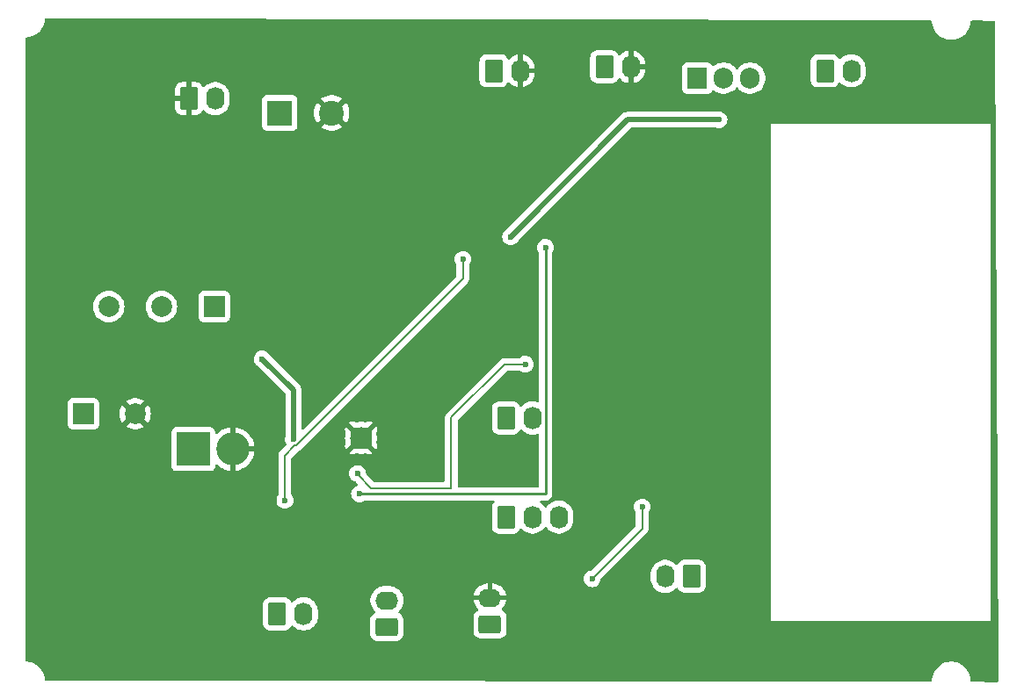
<source format=gbr>
%TF.GenerationSoftware,KiCad,Pcbnew,8.0.8*%
%TF.CreationDate,2025-03-31T15:18:46-05:00*%
%TF.ProjectId,group1_battlebot,67726f75-7031-45f6-9261-74746c65626f,rev?*%
%TF.SameCoordinates,Original*%
%TF.FileFunction,Copper,L2,Bot*%
%TF.FilePolarity,Positive*%
%FSLAX46Y46*%
G04 Gerber Fmt 4.6, Leading zero omitted, Abs format (unit mm)*
G04 Created by KiCad (PCBNEW 8.0.8) date 2025-03-31 15:18:46*
%MOMM*%
%LPD*%
G01*
G04 APERTURE LIST*
G04 Aperture macros list*
%AMRoundRect*
0 Rectangle with rounded corners*
0 $1 Rounding radius*
0 $2 $3 $4 $5 $6 $7 $8 $9 X,Y pos of 4 corners*
0 Add a 4 corners polygon primitive as box body*
4,1,4,$2,$3,$4,$5,$6,$7,$8,$9,$2,$3,0*
0 Add four circle primitives for the rounded corners*
1,1,$1+$1,$2,$3*
1,1,$1+$1,$4,$5*
1,1,$1+$1,$6,$7*
1,1,$1+$1,$8,$9*
0 Add four rect primitives between the rounded corners*
20,1,$1+$1,$2,$3,$4,$5,0*
20,1,$1+$1,$4,$5,$6,$7,0*
20,1,$1+$1,$6,$7,$8,$9,0*
20,1,$1+$1,$8,$9,$2,$3,0*%
G04 Aperture macros list end*
%TA.AperFunction,ComponentPad*%
%ADD10RoundRect,0.250000X-0.620000X-0.845000X0.620000X-0.845000X0.620000X0.845000X-0.620000X0.845000X0*%
%TD*%
%TA.AperFunction,ComponentPad*%
%ADD11O,1.740000X2.190000*%
%TD*%
%TA.AperFunction,ComponentPad*%
%ADD12R,2.000000X2.000000*%
%TD*%
%TA.AperFunction,ComponentPad*%
%ADD13C,2.000000*%
%TD*%
%TA.AperFunction,ComponentPad*%
%ADD14R,2.400000X2.400000*%
%TD*%
%TA.AperFunction,ComponentPad*%
%ADD15C,2.400000*%
%TD*%
%TA.AperFunction,ComponentPad*%
%ADD16RoundRect,0.250000X0.845000X-0.620000X0.845000X0.620000X-0.845000X0.620000X-0.845000X-0.620000X0*%
%TD*%
%TA.AperFunction,ComponentPad*%
%ADD17O,2.190000X1.740000*%
%TD*%
%TA.AperFunction,HeatsinkPad*%
%ADD18C,0.600000*%
%TD*%
%TA.AperFunction,ComponentPad*%
%ADD19R,1.905000X2.000000*%
%TD*%
%TA.AperFunction,ComponentPad*%
%ADD20O,1.905000X2.000000*%
%TD*%
%TA.AperFunction,ComponentPad*%
%ADD21RoundRect,0.250000X0.620000X0.845000X-0.620000X0.845000X-0.620000X-0.845000X0.620000X-0.845000X0*%
%TD*%
%TA.AperFunction,ComponentPad*%
%ADD22R,3.200000X3.200000*%
%TD*%
%TA.AperFunction,ComponentPad*%
%ADD23O,3.200000X3.200000*%
%TD*%
%TA.AperFunction,HeatsinkPad*%
%ADD24C,0.500000*%
%TD*%
%TA.AperFunction,HeatsinkPad*%
%ADD25R,2.100000X2.100000*%
%TD*%
%TA.AperFunction,ViaPad*%
%ADD26C,0.600000*%
%TD*%
%TA.AperFunction,Conductor*%
%ADD27C,0.508000*%
%TD*%
%TA.AperFunction,Conductor*%
%ADD28C,0.254000*%
%TD*%
%TA.AperFunction,Conductor*%
%ADD29C,0.200000*%
%TD*%
G04 APERTURE END LIST*
D10*
%TO.P,J7,1,Pin_1*%
%TO.N,/3v3 output*%
X90424000Y-49809400D03*
D11*
%TO.P,J7,2,Pin_2*%
%TO.N,GND*%
X92964000Y-49809400D03*
%TD*%
D12*
%TO.P,C1,1*%
%TO.N,/12v_out*%
X40228123Y-83261200D03*
D13*
%TO.P,C1,2*%
%TO.N,GND*%
X45228123Y-83261200D03*
%TD*%
D14*
%TO.P,C2,1*%
%TO.N,/3v3 output*%
X59144041Y-54254400D03*
D15*
%TO.P,C2,2*%
%TO.N,GND*%
X64144041Y-54254400D03*
%TD*%
D10*
%TO.P,J9,1,Pin_1*%
%TO.N,Net-(J9-Pin_1)*%
X80949800Y-83662200D03*
D11*
%TO.P,J9,2,Pin_2*%
%TO.N,Net-(J9-Pin_2)*%
X83489800Y-83662200D03*
%TD*%
D16*
%TO.P,J5,1,Pin_1*%
%TO.N,Net-(J5-Pin_1)*%
X79395000Y-103530400D03*
D17*
%TO.P,J5,2,Pin_2*%
%TO.N,GND*%
X79395000Y-100990400D03*
%TD*%
D10*
%TO.P,J10,1,Pin_1*%
%TO.N,Net-(J10-Pin_1)*%
X80949800Y-93218000D03*
D11*
%TO.P,J10,2,Pin_2*%
%TO.N,Net-(J10-Pin_2)*%
X83489800Y-93218000D03*
%TO.P,J10,3,Pin_3*%
%TO.N,Net-(J10-Pin_3)*%
X86029800Y-93218000D03*
%TD*%
D10*
%TO.P,J8,1,Pin_1*%
%TO.N,Net-(J8-Pin_1)*%
X111658400Y-50190400D03*
D11*
%TO.P,J8,2,Pin_2*%
%TO.N,N/C*%
X114198400Y-50190400D03*
%TD*%
D12*
%TO.P,SW1,1,A*%
%TO.N,unconnected-(SW1-A-Pad1)*%
X52832000Y-72923400D03*
D13*
%TO.P,SW1,2,B*%
%TO.N,Net-(J1-Pin_2)*%
X47752000Y-72923400D03*
%TO.P,SW1,3,C*%
%TO.N,/12v_out*%
X42672000Y-72923400D03*
%TD*%
D10*
%TO.P,J1,1,Pin_1*%
%TO.N,GND*%
X50393600Y-52882800D03*
D11*
%TO.P,J1,2,Pin_2*%
%TO.N,Net-(J1-Pin_2)*%
X52933600Y-52882800D03*
%TD*%
D18*
%TO.P,U6,39,GND*%
%TO.N,GND*%
X98136000Y-76373400D03*
X96736000Y-76373400D03*
X98836000Y-77073400D03*
X97436000Y-77073400D03*
X96036000Y-77073400D03*
X98136000Y-77748400D03*
X96736000Y-77748400D03*
X98836000Y-78473400D03*
X97436000Y-78473400D03*
X96036000Y-78473400D03*
X98136000Y-79173400D03*
X96736000Y-79173400D03*
%TD*%
D10*
%TO.P,J2,1,Pin_1*%
%TO.N,Net-(J2-Pin_1)*%
X58902600Y-102534400D03*
D11*
%TO.P,J2,2,Pin_2*%
%TO.N,Net-(J2-Pin_2)*%
X61442600Y-102534400D03*
%TD*%
D19*
%TO.P,Q1,1,G*%
%TO.N,Net-(Q1-G)*%
X99364800Y-50901600D03*
D20*
%TO.P,Q1,2,D*%
%TO.N,/12v_out*%
X101904800Y-50901600D03*
%TO.P,Q1,3,S*%
%TO.N,Net-(J8-Pin_1)*%
X104444800Y-50901600D03*
%TD*%
D21*
%TO.P,J6,1,Pin_1*%
%TO.N,Net-(J6-Pin_1)*%
X98806000Y-98938400D03*
D11*
%TO.P,J6,2,Pin_2*%
%TO.N,Net-(J6-Pin_2)*%
X96266000Y-98938400D03*
%TD*%
D16*
%TO.P,J3,1,Pin_1*%
%TO.N,Net-(J3-Pin_1)*%
X69469000Y-103784400D03*
D17*
%TO.P,J3,2,Pin_2*%
%TO.N,Net-(J3-Pin_2)*%
X69469000Y-101244400D03*
%TD*%
D22*
%TO.P,D1,1,K*%
%TO.N,Net-(D1-K)*%
X50800000Y-86664800D03*
D23*
%TO.P,D1,2,A*%
%TO.N,GND*%
X54610000Y-86664800D03*
%TD*%
D10*
%TO.P,J4,1,Pin_1*%
%TO.N,Net-(J4-Pin_1)*%
X79756000Y-50190400D03*
D11*
%TO.P,J4,2,Pin_2*%
%TO.N,GND*%
X82296000Y-50190400D03*
%TD*%
D24*
%TO.P,U3,17,GND*%
%TO.N,GND*%
X67767000Y-86385200D03*
X67767000Y-85585200D03*
X67767000Y-84785200D03*
X66967000Y-86385200D03*
X66967000Y-85585200D03*
D25*
X66967000Y-85585200D03*
D24*
X66967000Y-84785200D03*
X66167000Y-86385200D03*
X66167000Y-85585200D03*
X66167000Y-84785200D03*
%TD*%
D26*
%TO.N,/12v_out*%
X101447600Y-54914800D03*
X81381600Y-66192400D03*
X60452000Y-85725000D03*
X57454800Y-77978000D03*
%TO.N,GND*%
X67995800Y-63550800D03*
X90170000Y-55778400D03*
X58724800Y-66954400D03*
X100406200Y-85267800D03*
X69875400Y-82448400D03*
X70688200Y-87985600D03*
X62839600Y-87020400D03*
X91592400Y-84963000D03*
%TO.N,/nSleep*%
X76784200Y-68376800D03*
X59639200Y-91592400D03*
%TO.N,/Bluetooth*%
X89230200Y-99161600D03*
X94056200Y-92252800D03*
%TO.N,/HBridgeA1*%
X66642000Y-89019400D03*
X82793400Y-78486000D03*
%TO.N,/HBridgeA2*%
X84734400Y-67233800D03*
X66827400Y-90982800D03*
%TD*%
D27*
%TO.N,/12v_out*%
X101447600Y-54914800D02*
X92659200Y-54914800D01*
X57454800Y-77978000D02*
X60452000Y-80975200D01*
X92659200Y-54914800D02*
X81381600Y-66192400D01*
X60452000Y-80975200D02*
X60452000Y-85725000D01*
D28*
%TO.N,GND*%
X91592400Y-84963000D02*
X100101400Y-84963000D01*
X67995800Y-63550800D02*
X62128400Y-63550800D01*
X62128400Y-63550800D02*
X58724800Y-66954400D01*
X100101400Y-84963000D02*
X100406200Y-85267800D01*
D29*
%TO.N,/nSleep*%
X59639200Y-91592400D02*
X59639200Y-87274400D01*
X76784200Y-70241329D02*
X76784200Y-68376800D01*
X60588600Y-86325000D02*
X60700529Y-86325000D01*
X59639200Y-87274400D02*
X60588600Y-86325000D01*
X60700529Y-86325000D02*
X76784200Y-70241329D01*
%TO.N,/Bluetooth*%
X94056200Y-94335600D02*
X89230200Y-99161600D01*
X94056200Y-92252800D02*
X94056200Y-94335600D01*
%TO.N,/HBridgeA1*%
X75666600Y-83618271D02*
X80798871Y-78486000D01*
X67945000Y-90424000D02*
X75666600Y-90424000D01*
X66642000Y-89019400D02*
X66642000Y-89121000D01*
X66642000Y-89121000D02*
X67945000Y-90424000D01*
X75666600Y-90424000D02*
X75666600Y-83618271D01*
X80798871Y-78486000D02*
X82793400Y-78486000D01*
D28*
%TO.N,/HBridgeA2*%
X66827400Y-90982800D02*
X84734400Y-90982800D01*
X84734400Y-90982800D02*
X84734400Y-67233800D01*
%TD*%
%TA.AperFunction,Conductor*%
%TO.N,GND*%
G36*
X121850840Y-45347624D02*
G01*
X121917823Y-45367490D01*
X121963434Y-45420419D01*
X121974500Y-45471623D01*
X121974500Y-45485688D01*
X122006161Y-45726185D01*
X122068947Y-45960504D01*
X122143584Y-46140693D01*
X122161776Y-46184612D01*
X122283064Y-46394689D01*
X122283066Y-46394692D01*
X122283067Y-46394693D01*
X122430733Y-46587136D01*
X122430739Y-46587143D01*
X122602256Y-46758660D01*
X122602263Y-46758666D01*
X122715321Y-46845418D01*
X122794711Y-46906336D01*
X123004788Y-47027624D01*
X123228900Y-47120454D01*
X123463211Y-47183238D01*
X123643586Y-47206984D01*
X123703711Y-47214900D01*
X123703712Y-47214900D01*
X123946289Y-47214900D01*
X123994388Y-47208567D01*
X124186789Y-47183238D01*
X124421100Y-47120454D01*
X124645212Y-47027624D01*
X124855289Y-46906336D01*
X125047738Y-46758665D01*
X125219265Y-46587138D01*
X125366936Y-46394689D01*
X125488224Y-46184612D01*
X125581054Y-45960500D01*
X125643838Y-45726189D01*
X125675500Y-45485688D01*
X125675500Y-45482369D01*
X125695185Y-45415330D01*
X125747989Y-45369575D01*
X125799834Y-45358369D01*
X127893074Y-45364065D01*
X127960059Y-45383932D01*
X128005670Y-45436861D01*
X128016734Y-45487324D01*
X128396253Y-108993489D01*
X128376969Y-109060645D01*
X128324440Y-109106715D01*
X128272087Y-109118230D01*
X125799332Y-109114879D01*
X125732319Y-109095103D01*
X125686636Y-109042238D01*
X125675500Y-108990879D01*
X125675500Y-108870111D01*
X125643838Y-108629614D01*
X125643838Y-108629611D01*
X125581054Y-108395300D01*
X125488224Y-108171188D01*
X125366936Y-107961111D01*
X125219265Y-107768662D01*
X125219260Y-107768656D01*
X125047743Y-107597139D01*
X125047736Y-107597133D01*
X124855293Y-107449467D01*
X124855292Y-107449466D01*
X124855289Y-107449464D01*
X124645212Y-107328176D01*
X124645205Y-107328173D01*
X124421104Y-107235347D01*
X124186785Y-107172561D01*
X123946289Y-107140900D01*
X123946288Y-107140900D01*
X123703712Y-107140900D01*
X123703711Y-107140900D01*
X123463214Y-107172561D01*
X123228895Y-107235347D01*
X123004794Y-107328173D01*
X123004785Y-107328177D01*
X122794706Y-107449467D01*
X122602263Y-107597133D01*
X122602256Y-107597139D01*
X122430739Y-107768656D01*
X122430733Y-107768663D01*
X122283067Y-107961106D01*
X122161777Y-108171185D01*
X122161773Y-108171194D01*
X122068947Y-108395295D01*
X122006161Y-108629614D01*
X121974500Y-108870111D01*
X121974500Y-108985528D01*
X121954815Y-109052567D01*
X121902011Y-109098322D01*
X121850332Y-109109528D01*
X36645332Y-108994074D01*
X36578319Y-108974299D01*
X36532636Y-108921433D01*
X36522377Y-108874122D01*
X36521766Y-108874163D01*
X36521500Y-108870117D01*
X36521500Y-108870112D01*
X36489838Y-108629611D01*
X36427054Y-108395300D01*
X36334224Y-108171188D01*
X36212936Y-107961111D01*
X36065265Y-107768662D01*
X36065260Y-107768656D01*
X35893743Y-107597139D01*
X35893736Y-107597133D01*
X35701293Y-107449467D01*
X35701292Y-107449466D01*
X35701289Y-107449464D01*
X35491212Y-107328176D01*
X35491205Y-107328173D01*
X35267104Y-107235347D01*
X35032785Y-107172561D01*
X34792282Y-107140899D01*
X34788237Y-107140634D01*
X34788347Y-107138946D01*
X34727961Y-107121215D01*
X34682206Y-107068411D01*
X34671000Y-107016900D01*
X34671000Y-101638847D01*
X57524100Y-101638847D01*
X57524100Y-103429937D01*
X57524101Y-103429953D01*
X57534713Y-103533827D01*
X57581910Y-103676260D01*
X57590485Y-103702138D01*
X57683570Y-103853052D01*
X57808948Y-103978430D01*
X57959862Y-104071515D01*
X58128174Y-104127287D01*
X58232055Y-104137900D01*
X59573144Y-104137899D01*
X59677026Y-104127287D01*
X59845338Y-104071515D01*
X59996252Y-103978430D01*
X60121630Y-103853052D01*
X60214715Y-103702138D01*
X60214715Y-103702135D01*
X60216746Y-103698844D01*
X60268694Y-103652120D01*
X60337657Y-103640897D01*
X60401739Y-103668741D01*
X60409966Y-103676260D01*
X60544567Y-103810861D01*
X60720108Y-103938399D01*
X60913440Y-104036906D01*
X61119800Y-104103957D01*
X61200166Y-104116685D01*
X61334105Y-104137900D01*
X61334110Y-104137900D01*
X61551095Y-104137900D01*
X61670151Y-104119042D01*
X61765400Y-104103957D01*
X61971760Y-104036906D01*
X62165092Y-103938399D01*
X62340633Y-103810861D01*
X62494061Y-103657433D01*
X62621599Y-103481892D01*
X62720106Y-103288560D01*
X62787157Y-103082200D01*
X62802242Y-102986951D01*
X62821100Y-102867895D01*
X62821100Y-102200904D01*
X62787157Y-101986603D01*
X62787157Y-101986600D01*
X62720106Y-101780240D01*
X62621599Y-101586908D01*
X62494061Y-101411367D01*
X62340633Y-101257939D01*
X62172666Y-101135904D01*
X67865500Y-101135904D01*
X67865500Y-101352895D01*
X67894339Y-101534974D01*
X67899443Y-101567200D01*
X67966494Y-101773560D01*
X68065001Y-101966892D01*
X68192539Y-102142433D01*
X68192541Y-102142435D01*
X68327139Y-102277033D01*
X68360624Y-102338356D01*
X68355640Y-102408048D01*
X68313768Y-102463981D01*
X68304556Y-102470252D01*
X68150348Y-102565369D01*
X68024971Y-102690746D01*
X67931886Y-102841659D01*
X67931884Y-102841664D01*
X67876113Y-103009972D01*
X67865500Y-103113847D01*
X67865500Y-104454937D01*
X67865501Y-104454953D01*
X67876113Y-104558827D01*
X67931884Y-104727135D01*
X67931885Y-104727138D01*
X68024970Y-104878052D01*
X68150348Y-105003430D01*
X68301262Y-105096515D01*
X68469574Y-105152287D01*
X68573455Y-105162900D01*
X70364544Y-105162899D01*
X70468426Y-105152287D01*
X70636738Y-105096515D01*
X70787652Y-105003430D01*
X70913030Y-104878052D01*
X71006115Y-104727138D01*
X71061887Y-104558826D01*
X71072500Y-104454945D01*
X71072499Y-103113856D01*
X71061887Y-103009974D01*
X71012141Y-102859847D01*
X77791500Y-102859847D01*
X77791500Y-104200937D01*
X77791501Y-104200953D01*
X77802113Y-104304826D01*
X77857885Y-104473138D01*
X77950970Y-104624052D01*
X78076348Y-104749430D01*
X78227262Y-104842515D01*
X78395574Y-104898287D01*
X78499455Y-104908900D01*
X80290544Y-104908899D01*
X80394426Y-104898287D01*
X80562738Y-104842515D01*
X80713652Y-104749430D01*
X80839030Y-104624052D01*
X80932115Y-104473138D01*
X80987887Y-104304826D01*
X80998500Y-104200945D01*
X80998499Y-103273400D01*
X106456000Y-103273400D01*
X127646000Y-103273400D01*
X127646000Y-55273400D01*
X106456000Y-55273400D01*
X106456000Y-103273400D01*
X80998499Y-103273400D01*
X80998499Y-102859856D01*
X80987887Y-102755974D01*
X80932115Y-102587662D01*
X80839030Y-102436748D01*
X80713652Y-102311370D01*
X80562738Y-102218285D01*
X80562736Y-102218284D01*
X80556591Y-102214494D01*
X80557484Y-102213044D01*
X80511783Y-102172795D01*
X80492639Y-102105599D01*
X80512863Y-102038720D01*
X80528954Y-102018916D01*
X80664977Y-101882893D01*
X80791728Y-101708436D01*
X80889627Y-101516301D01*
X80956266Y-101311209D01*
X80967481Y-101240400D01*
X79937709Y-101240400D01*
X79949452Y-101220061D01*
X79990000Y-101068733D01*
X79990000Y-100912067D01*
X79949452Y-100760739D01*
X79937709Y-100740400D01*
X80967481Y-100740400D01*
X80956266Y-100669590D01*
X80889627Y-100464498D01*
X80791728Y-100272363D01*
X80664974Y-100097903D01*
X80664974Y-100097902D01*
X80512497Y-99945425D01*
X80338036Y-99818671D01*
X80145901Y-99720772D01*
X79940809Y-99654134D01*
X79727820Y-99620400D01*
X79645000Y-99620400D01*
X79645000Y-100447690D01*
X79624661Y-100435948D01*
X79473333Y-100395400D01*
X79316667Y-100395400D01*
X79165339Y-100435948D01*
X79145000Y-100447690D01*
X79145000Y-99620400D01*
X79062180Y-99620400D01*
X78849190Y-99654134D01*
X78644098Y-99720772D01*
X78451963Y-99818671D01*
X78277503Y-99945425D01*
X78277502Y-99945425D01*
X78125025Y-100097902D01*
X78125025Y-100097903D01*
X77998271Y-100272363D01*
X77900372Y-100464498D01*
X77833733Y-100669590D01*
X77822519Y-100740400D01*
X78852291Y-100740400D01*
X78840548Y-100760739D01*
X78800000Y-100912067D01*
X78800000Y-101068733D01*
X78840548Y-101220061D01*
X78852291Y-101240400D01*
X77822519Y-101240400D01*
X77833733Y-101311209D01*
X77900372Y-101516301D01*
X77998271Y-101708436D01*
X78125025Y-101882896D01*
X78125025Y-101882897D01*
X78261045Y-102018917D01*
X78294530Y-102080240D01*
X78289546Y-102149932D01*
X78247674Y-102205865D01*
X78233370Y-102214431D01*
X78233409Y-102214494D01*
X78227263Y-102218284D01*
X78227262Y-102218285D01*
X78132017Y-102277033D01*
X78076346Y-102311371D01*
X77950971Y-102436746D01*
X77857886Y-102587659D01*
X77857884Y-102587664D01*
X77802113Y-102755972D01*
X77791500Y-102859847D01*
X71012141Y-102859847D01*
X71006115Y-102841662D01*
X70913030Y-102690748D01*
X70787652Y-102565370D01*
X70787648Y-102565367D01*
X70633444Y-102470252D01*
X70586719Y-102418304D01*
X70575498Y-102349342D01*
X70603341Y-102285260D01*
X70610838Y-102277055D01*
X70745461Y-102142433D01*
X70872999Y-101966892D01*
X70971506Y-101773560D01*
X71038557Y-101567200D01*
X71060917Y-101426024D01*
X71072500Y-101352895D01*
X71072500Y-101135904D01*
X71038557Y-100921603D01*
X71038557Y-100921600D01*
X70971506Y-100715240D01*
X70872999Y-100521908D01*
X70745461Y-100346367D01*
X70592033Y-100192939D01*
X70416492Y-100065401D01*
X70223160Y-99966894D01*
X70016800Y-99899843D01*
X70016798Y-99899842D01*
X70016796Y-99899842D01*
X69802495Y-99865900D01*
X69802490Y-99865900D01*
X69135510Y-99865900D01*
X69135505Y-99865900D01*
X68921203Y-99899842D01*
X68714837Y-99966895D01*
X68521507Y-100065401D01*
X68421355Y-100138166D01*
X68345967Y-100192939D01*
X68345965Y-100192941D01*
X68345964Y-100192941D01*
X68192541Y-100346364D01*
X68192541Y-100346365D01*
X68192539Y-100346367D01*
X68137766Y-100421755D01*
X68065001Y-100521907D01*
X67966495Y-100715237D01*
X67899442Y-100921603D01*
X67865500Y-101135904D01*
X62172666Y-101135904D01*
X62165092Y-101130401D01*
X61971760Y-101031894D01*
X61765400Y-100964843D01*
X61765398Y-100964842D01*
X61765396Y-100964842D01*
X61551095Y-100930900D01*
X61551090Y-100930900D01*
X61334110Y-100930900D01*
X61334105Y-100930900D01*
X61119803Y-100964842D01*
X60913437Y-101031895D01*
X60720107Y-101130401D01*
X60544568Y-101257938D01*
X60409966Y-101392540D01*
X60348643Y-101426024D01*
X60278951Y-101421040D01*
X60223018Y-101379168D01*
X60216747Y-101369955D01*
X60121632Y-101215751D01*
X60121629Y-101215747D01*
X59996253Y-101090371D01*
X59996252Y-101090370D01*
X59845338Y-100997285D01*
X59747430Y-100964842D01*
X59677027Y-100941513D01*
X59573145Y-100930900D01*
X58232062Y-100930900D01*
X58232046Y-100930901D01*
X58128172Y-100941513D01*
X57959864Y-100997284D01*
X57959859Y-100997286D01*
X57808946Y-101090371D01*
X57683571Y-101215746D01*
X57590486Y-101366659D01*
X57590484Y-101366664D01*
X57534713Y-101534972D01*
X57524100Y-101638847D01*
X34671000Y-101638847D01*
X34671000Y-99161596D01*
X88416584Y-99161596D01*
X88416584Y-99161603D01*
X88436981Y-99342641D01*
X88436982Y-99342646D01*
X88436983Y-99342648D01*
X88497157Y-99514615D01*
X88594089Y-99668881D01*
X88722919Y-99797711D01*
X88877185Y-99894643D01*
X89049153Y-99954817D01*
X89049158Y-99954818D01*
X89230196Y-99975216D01*
X89230200Y-99975216D01*
X89230204Y-99975216D01*
X89411241Y-99954818D01*
X89411244Y-99954817D01*
X89411247Y-99954817D01*
X89583215Y-99894643D01*
X89737481Y-99797711D01*
X89866311Y-99668881D01*
X89963243Y-99514615D01*
X90023417Y-99342647D01*
X90032998Y-99257605D01*
X90060063Y-99193195D01*
X90068527Y-99183820D01*
X90647443Y-98604904D01*
X94887500Y-98604904D01*
X94887500Y-99271895D01*
X94921442Y-99486196D01*
X94921443Y-99486200D01*
X94988494Y-99692560D01*
X95087001Y-99885892D01*
X95214539Y-100061433D01*
X95367967Y-100214861D01*
X95543508Y-100342399D01*
X95736840Y-100440906D01*
X95943200Y-100507957D01*
X96023566Y-100520685D01*
X96157505Y-100541900D01*
X96157510Y-100541900D01*
X96374495Y-100541900D01*
X96500722Y-100521907D01*
X96588800Y-100507957D01*
X96795160Y-100440906D01*
X96988492Y-100342399D01*
X97164033Y-100214861D01*
X97298636Y-100080257D01*
X97359955Y-100046775D01*
X97429647Y-100051759D01*
X97485581Y-100093630D01*
X97491852Y-100102844D01*
X97586967Y-100257048D01*
X97586970Y-100257052D01*
X97712348Y-100382430D01*
X97863262Y-100475515D01*
X98031574Y-100531287D01*
X98135455Y-100541900D01*
X99476544Y-100541899D01*
X99580426Y-100531287D01*
X99748738Y-100475515D01*
X99899652Y-100382430D01*
X100025030Y-100257052D01*
X100118115Y-100106138D01*
X100173887Y-99937826D01*
X100184500Y-99833945D01*
X100184499Y-98042856D01*
X100173887Y-97938974D01*
X100118115Y-97770662D01*
X100025030Y-97619748D01*
X99899652Y-97494370D01*
X99748738Y-97401285D01*
X99650830Y-97368842D01*
X99580427Y-97345513D01*
X99476545Y-97334900D01*
X98135462Y-97334900D01*
X98135446Y-97334901D01*
X98031572Y-97345513D01*
X97863264Y-97401284D01*
X97863259Y-97401286D01*
X97712346Y-97494371D01*
X97586969Y-97619748D01*
X97491852Y-97773956D01*
X97439904Y-97820680D01*
X97370941Y-97831901D01*
X97306859Y-97804058D01*
X97298633Y-97796539D01*
X97164035Y-97661941D01*
X97164033Y-97661939D01*
X96988492Y-97534401D01*
X96795160Y-97435894D01*
X96588800Y-97368843D01*
X96588798Y-97368842D01*
X96588796Y-97368842D01*
X96374495Y-97334900D01*
X96374490Y-97334900D01*
X96157510Y-97334900D01*
X96157505Y-97334900D01*
X95943203Y-97368842D01*
X95736837Y-97435895D01*
X95543507Y-97534401D01*
X95443355Y-97607166D01*
X95367967Y-97661939D01*
X95367965Y-97661941D01*
X95367964Y-97661941D01*
X95214541Y-97815364D01*
X95214541Y-97815365D01*
X95214539Y-97815367D01*
X95159766Y-97890755D01*
X95087001Y-97990907D01*
X94988495Y-98184237D01*
X94921442Y-98390603D01*
X94887500Y-98604904D01*
X90647443Y-98604904D01*
X94543122Y-94709227D01*
X94623232Y-94570472D01*
X94664700Y-94415710D01*
X94664700Y-94255490D01*
X94664700Y-92838093D01*
X94684385Y-92771054D01*
X94691755Y-92760777D01*
X94692305Y-92760086D01*
X94692311Y-92760081D01*
X94789243Y-92605815D01*
X94849417Y-92433847D01*
X94854851Y-92385618D01*
X94869816Y-92252803D01*
X94869816Y-92252796D01*
X94849418Y-92071758D01*
X94849417Y-92071753D01*
X94805210Y-91945417D01*
X94789243Y-91899785D01*
X94692311Y-91745519D01*
X94563481Y-91616689D01*
X94527178Y-91593878D01*
X94409217Y-91519758D01*
X94409216Y-91519757D01*
X94409215Y-91519757D01*
X94324406Y-91490081D01*
X94237246Y-91459582D01*
X94237241Y-91459581D01*
X94056204Y-91439184D01*
X94056196Y-91439184D01*
X93875158Y-91459581D01*
X93875153Y-91459582D01*
X93703182Y-91519758D01*
X93548918Y-91616689D01*
X93420089Y-91745518D01*
X93323158Y-91899782D01*
X93262982Y-92071753D01*
X93262981Y-92071758D01*
X93242584Y-92252796D01*
X93242584Y-92252803D01*
X93262981Y-92433841D01*
X93262982Y-92433846D01*
X93323158Y-92605817D01*
X93420086Y-92760077D01*
X93420645Y-92760777D01*
X93420864Y-92761315D01*
X93423794Y-92765977D01*
X93422977Y-92766490D01*
X93447055Y-92825463D01*
X93447700Y-92838093D01*
X93447700Y-94032188D01*
X93428015Y-94099227D01*
X93411381Y-94119869D01*
X89207988Y-98323261D01*
X89146665Y-98356746D01*
X89134192Y-98358800D01*
X89049158Y-98368381D01*
X88877183Y-98428557D01*
X88722918Y-98525489D01*
X88594089Y-98654318D01*
X88497158Y-98808582D01*
X88436982Y-98980553D01*
X88436981Y-98980558D01*
X88416584Y-99161596D01*
X34671000Y-99161596D01*
X34671000Y-85016145D01*
X48691500Y-85016145D01*
X48691500Y-88313454D01*
X48698011Y-88374002D01*
X48698011Y-88374004D01*
X48749111Y-88511004D01*
X48836739Y-88628061D01*
X48953796Y-88715689D01*
X49090799Y-88766789D01*
X49118050Y-88769718D01*
X49151345Y-88773299D01*
X49151362Y-88773300D01*
X52448638Y-88773300D01*
X52448654Y-88773299D01*
X52475692Y-88770391D01*
X52509201Y-88766789D01*
X52646204Y-88715689D01*
X52763261Y-88628061D01*
X52850889Y-88511004D01*
X52901989Y-88374001D01*
X52905591Y-88340492D01*
X52908499Y-88313454D01*
X52908500Y-88313437D01*
X52908500Y-88234064D01*
X52928185Y-88167025D01*
X52980989Y-88121270D01*
X53050147Y-88111326D01*
X53113703Y-88140351D01*
X53123124Y-88149428D01*
X53173288Y-88203142D01*
X53396135Y-88384441D01*
X53396146Y-88384448D01*
X53641607Y-88533717D01*
X53905108Y-88648171D01*
X54181737Y-88725679D01*
X54181746Y-88725681D01*
X54359999Y-88750180D01*
X54360000Y-88750180D01*
X54360000Y-87427160D01*
X54376649Y-87434057D01*
X54531207Y-87464800D01*
X54688793Y-87464800D01*
X54843351Y-87434057D01*
X54860000Y-87427160D01*
X54860000Y-88750180D01*
X55038253Y-88725681D01*
X55038262Y-88725679D01*
X55314891Y-88648171D01*
X55578392Y-88533717D01*
X55823853Y-88384448D01*
X55823864Y-88384441D01*
X56046711Y-88203141D01*
X56242795Y-87993186D01*
X56242795Y-87993185D01*
X56408472Y-87758476D01*
X56540644Y-87503395D01*
X56636849Y-87232702D01*
X56636853Y-87232688D01*
X56695302Y-86951419D01*
X56697807Y-86914800D01*
X55372361Y-86914800D01*
X55379257Y-86898151D01*
X55410000Y-86743593D01*
X55410000Y-86586007D01*
X55379257Y-86431449D01*
X55372361Y-86414800D01*
X56697807Y-86414800D01*
X56697807Y-86414799D01*
X56695302Y-86378180D01*
X56636853Y-86096911D01*
X56636849Y-86096897D01*
X56540644Y-85826204D01*
X56408472Y-85571123D01*
X56242795Y-85336414D01*
X56242795Y-85336413D01*
X56046711Y-85126458D01*
X55823864Y-84945158D01*
X55823853Y-84945151D01*
X55578392Y-84795882D01*
X55314891Y-84681428D01*
X55038262Y-84603920D01*
X55038255Y-84603919D01*
X54860000Y-84579418D01*
X54860000Y-85902439D01*
X54843351Y-85895543D01*
X54688793Y-85864800D01*
X54531207Y-85864800D01*
X54376649Y-85895543D01*
X54360000Y-85902439D01*
X54360000Y-84579418D01*
X54181744Y-84603919D01*
X54181737Y-84603920D01*
X53905108Y-84681428D01*
X53641607Y-84795882D01*
X53396146Y-84945151D01*
X53396135Y-84945158D01*
X53173292Y-85126454D01*
X53123124Y-85180172D01*
X53062979Y-85215731D01*
X52993158Y-85213128D01*
X52935828Y-85173191D01*
X52909190Y-85108598D01*
X52908500Y-85095535D01*
X52908500Y-85016162D01*
X52908499Y-85016145D01*
X52904704Y-84980852D01*
X52901989Y-84955599D01*
X52901075Y-84953149D01*
X52855118Y-84829935D01*
X52850889Y-84818596D01*
X52763261Y-84701539D01*
X52646204Y-84613911D01*
X52631490Y-84608423D01*
X52509203Y-84562811D01*
X52448654Y-84556300D01*
X52448638Y-84556300D01*
X49151362Y-84556300D01*
X49151345Y-84556300D01*
X49090797Y-84562811D01*
X49090795Y-84562811D01*
X48953795Y-84613911D01*
X48836739Y-84701539D01*
X48749111Y-84818595D01*
X48698011Y-84955595D01*
X48698011Y-84955597D01*
X48691500Y-85016145D01*
X34671000Y-85016145D01*
X34671000Y-82212545D01*
X38719623Y-82212545D01*
X38719623Y-84309854D01*
X38726134Y-84370402D01*
X38726134Y-84370404D01*
X38758988Y-84458485D01*
X38777234Y-84507404D01*
X38864862Y-84624461D01*
X38981919Y-84712089D01*
X39118922Y-84763189D01*
X39146173Y-84766118D01*
X39179468Y-84769699D01*
X39179485Y-84769700D01*
X41276761Y-84769700D01*
X41276777Y-84769699D01*
X41303815Y-84766791D01*
X41337324Y-84763189D01*
X41474327Y-84712089D01*
X41591384Y-84624461D01*
X41679012Y-84507404D01*
X41730112Y-84370401D01*
X41733714Y-84336892D01*
X41736622Y-84309854D01*
X41736623Y-84309837D01*
X41736623Y-83261194D01*
X43722982Y-83261194D01*
X43722982Y-83261205D01*
X43743508Y-83508929D01*
X43743510Y-83508938D01*
X43804535Y-83749917D01*
X43904390Y-83977567D01*
X44004685Y-84131081D01*
X44745160Y-83390608D01*
X44762198Y-83454193D01*
X44828024Y-83568207D01*
X44921116Y-83661299D01*
X45035130Y-83727125D01*
X45098714Y-83744162D01*
X44358066Y-84484809D01*
X44404891Y-84521255D01*
X44404894Y-84521257D01*
X44623508Y-84639564D01*
X44623519Y-84639569D01*
X44858629Y-84720283D01*
X45103830Y-84761200D01*
X45352416Y-84761200D01*
X45597616Y-84720283D01*
X45832726Y-84639569D01*
X45832737Y-84639564D01*
X46051353Y-84521256D01*
X46051359Y-84521251D01*
X46098178Y-84484810D01*
X46098179Y-84484809D01*
X45357531Y-83744162D01*
X45421116Y-83727125D01*
X45535130Y-83661299D01*
X45628222Y-83568207D01*
X45694048Y-83454193D01*
X45711085Y-83390609D01*
X46451558Y-84131082D01*
X46551856Y-83977564D01*
X46651710Y-83749917D01*
X46712735Y-83508938D01*
X46712737Y-83508929D01*
X46733264Y-83261205D01*
X46733264Y-83261194D01*
X46712737Y-83013470D01*
X46712735Y-83013461D01*
X46651710Y-82772482D01*
X46551855Y-82544832D01*
X46451558Y-82391316D01*
X45711085Y-83131790D01*
X45694048Y-83068207D01*
X45628222Y-82954193D01*
X45535130Y-82861101D01*
X45421116Y-82795275D01*
X45357532Y-82778237D01*
X46098178Y-82037589D01*
X46098178Y-82037588D01*
X46051359Y-82001147D01*
X46051354Y-82001144D01*
X45832737Y-81882835D01*
X45832726Y-81882830D01*
X45597616Y-81802116D01*
X45352416Y-81761200D01*
X45103830Y-81761200D01*
X44858629Y-81802116D01*
X44623519Y-81882830D01*
X44623508Y-81882835D01*
X44404893Y-82001143D01*
X44358066Y-82037589D01*
X45098714Y-82778237D01*
X45035130Y-82795275D01*
X44921116Y-82861101D01*
X44828024Y-82954193D01*
X44762198Y-83068207D01*
X44745160Y-83131791D01*
X44004686Y-82391317D01*
X43904390Y-82544833D01*
X43904388Y-82544837D01*
X43804535Y-82772482D01*
X43743510Y-83013461D01*
X43743508Y-83013470D01*
X43722982Y-83261194D01*
X41736623Y-83261194D01*
X41736623Y-82212562D01*
X41736622Y-82212545D01*
X41730939Y-82159694D01*
X41730112Y-82151999D01*
X41724791Y-82137734D01*
X41707645Y-82091764D01*
X41679012Y-82014996D01*
X41591384Y-81897939D01*
X41474327Y-81810311D01*
X41452356Y-81802116D01*
X41337326Y-81759211D01*
X41276777Y-81752700D01*
X41276761Y-81752700D01*
X39179485Y-81752700D01*
X39179468Y-81752700D01*
X39118920Y-81759211D01*
X39118918Y-81759211D01*
X38981918Y-81810311D01*
X38864862Y-81897939D01*
X38777234Y-82014995D01*
X38726134Y-82151995D01*
X38726134Y-82151997D01*
X38719623Y-82212545D01*
X34671000Y-82212545D01*
X34671000Y-77977996D01*
X56641184Y-77977996D01*
X56641184Y-77978003D01*
X56661581Y-78159041D01*
X56661582Y-78159046D01*
X56702749Y-78276693D01*
X56721757Y-78331015D01*
X56818689Y-78485281D01*
X56947519Y-78614111D01*
X57101785Y-78711043D01*
X57101786Y-78711043D01*
X57107682Y-78714748D01*
X57107067Y-78715725D01*
X57131574Y-78733112D01*
X59653181Y-81254719D01*
X59686666Y-81316042D01*
X59689500Y-81342400D01*
X59689500Y-85435098D01*
X59682542Y-85476052D01*
X59658782Y-85543955D01*
X59638384Y-85724996D01*
X59638384Y-85725003D01*
X59658781Y-85906041D01*
X59658782Y-85906046D01*
X59718958Y-86078017D01*
X59765161Y-86151548D01*
X59784161Y-86218784D01*
X59763794Y-86285620D01*
X59747848Y-86305201D01*
X59152280Y-86900770D01*
X59152276Y-86900776D01*
X59072167Y-87039526D01*
X59072168Y-87039526D01*
X59072168Y-87039527D01*
X59030700Y-87194289D01*
X59030700Y-91007106D01*
X59011015Y-91074145D01*
X59003651Y-91084414D01*
X59003090Y-91085116D01*
X58906158Y-91239382D01*
X58845982Y-91411353D01*
X58845981Y-91411358D01*
X58825584Y-91592396D01*
X58825584Y-91592403D01*
X58845981Y-91773441D01*
X58845982Y-91773446D01*
X58850826Y-91787288D01*
X58906157Y-91945415D01*
X59003089Y-92099681D01*
X59131919Y-92228511D01*
X59286185Y-92325443D01*
X59458153Y-92385617D01*
X59458158Y-92385618D01*
X59639196Y-92406016D01*
X59639200Y-92406016D01*
X59639204Y-92406016D01*
X59820241Y-92385618D01*
X59820244Y-92385617D01*
X59820247Y-92385617D01*
X59992215Y-92325443D01*
X60146481Y-92228511D01*
X60275311Y-92099681D01*
X60372243Y-91945415D01*
X60432417Y-91773447D01*
X60438701Y-91717674D01*
X60452816Y-91592403D01*
X60452816Y-91592396D01*
X60432418Y-91411358D01*
X60432417Y-91411353D01*
X60424213Y-91387907D01*
X60372243Y-91239385D01*
X60275311Y-91085119D01*
X60275310Y-91085118D01*
X60275309Y-91085116D01*
X60274749Y-91084414D01*
X60274528Y-91083874D01*
X60271606Y-91079223D01*
X60272421Y-91078710D01*
X60248344Y-91019726D01*
X60247700Y-91007106D01*
X60247700Y-89019396D01*
X65828384Y-89019396D01*
X65828384Y-89019403D01*
X65848781Y-89200441D01*
X65848782Y-89200446D01*
X65889949Y-89318093D01*
X65908957Y-89372415D01*
X66005889Y-89526681D01*
X66134719Y-89655511D01*
X66288985Y-89752443D01*
X66452876Y-89809790D01*
X66499602Y-89839151D01*
X66657693Y-89997242D01*
X66691178Y-90058565D01*
X66686194Y-90128257D01*
X66644322Y-90184190D01*
X66610967Y-90201964D01*
X66474388Y-90249755D01*
X66474384Y-90249756D01*
X66320118Y-90346689D01*
X66191289Y-90475518D01*
X66094358Y-90629782D01*
X66034182Y-90801753D01*
X66034181Y-90801758D01*
X66013784Y-90982796D01*
X66013784Y-90982803D01*
X66034181Y-91163841D01*
X66034182Y-91163846D01*
X66094358Y-91335817D01*
X66172125Y-91459582D01*
X66191289Y-91490081D01*
X66320119Y-91618911D01*
X66474385Y-91715843D01*
X66639008Y-91773447D01*
X66646353Y-91776017D01*
X66646358Y-91776018D01*
X66827396Y-91796416D01*
X66827400Y-91796416D01*
X66827404Y-91796416D01*
X67008441Y-91776018D01*
X67008444Y-91776017D01*
X67008447Y-91776017D01*
X67180415Y-91715843D01*
X67180417Y-91715841D01*
X67180419Y-91715841D01*
X67180422Y-91715839D01*
X67305405Y-91637307D01*
X67371377Y-91618300D01*
X79712456Y-91618300D01*
X79779495Y-91637985D01*
X79825250Y-91690789D01*
X79835194Y-91759947D01*
X79806169Y-91823503D01*
X79800137Y-91829981D01*
X79730771Y-91899346D01*
X79637686Y-92050259D01*
X79637684Y-92050264D01*
X79581913Y-92218572D01*
X79571300Y-92322447D01*
X79571300Y-94113537D01*
X79571301Y-94113553D01*
X79581913Y-94217427D01*
X79629110Y-94359860D01*
X79637685Y-94385738D01*
X79730770Y-94536652D01*
X79856148Y-94662030D01*
X80007062Y-94755115D01*
X80175374Y-94810887D01*
X80279255Y-94821500D01*
X81620344Y-94821499D01*
X81724226Y-94810887D01*
X81892538Y-94755115D01*
X82043452Y-94662030D01*
X82168830Y-94536652D01*
X82261915Y-94385738D01*
X82261915Y-94385735D01*
X82263946Y-94382444D01*
X82315894Y-94335720D01*
X82384857Y-94324497D01*
X82448939Y-94352341D01*
X82457166Y-94359860D01*
X82591767Y-94494461D01*
X82767308Y-94621999D01*
X82960640Y-94720506D01*
X83167000Y-94787557D01*
X83247366Y-94800285D01*
X83381305Y-94821500D01*
X83381310Y-94821500D01*
X83598295Y-94821500D01*
X83717351Y-94802642D01*
X83812600Y-94787557D01*
X84018960Y-94720506D01*
X84212292Y-94621999D01*
X84387833Y-94494461D01*
X84541261Y-94341033D01*
X84659482Y-94178316D01*
X84714812Y-94135650D01*
X84784425Y-94129671D01*
X84846220Y-94162277D01*
X84860118Y-94178316D01*
X84978339Y-94341033D01*
X85131767Y-94494461D01*
X85307308Y-94621999D01*
X85500640Y-94720506D01*
X85707000Y-94787557D01*
X85787366Y-94800285D01*
X85921305Y-94821500D01*
X85921310Y-94821500D01*
X86138295Y-94821500D01*
X86257351Y-94802642D01*
X86352600Y-94787557D01*
X86558960Y-94720506D01*
X86752292Y-94621999D01*
X86927833Y-94494461D01*
X87081261Y-94341033D01*
X87208799Y-94165492D01*
X87307306Y-93972160D01*
X87374357Y-93765800D01*
X87389442Y-93670551D01*
X87408300Y-93551495D01*
X87408300Y-92884504D01*
X87374357Y-92670203D01*
X87374357Y-92670200D01*
X87307306Y-92463840D01*
X87208799Y-92270508D01*
X87081261Y-92094967D01*
X86927833Y-91941539D01*
X86752292Y-91814001D01*
X86558960Y-91715494D01*
X86352600Y-91648443D01*
X86352598Y-91648442D01*
X86352596Y-91648442D01*
X86138295Y-91614500D01*
X86138290Y-91614500D01*
X85921310Y-91614500D01*
X85921305Y-91614500D01*
X85707003Y-91648442D01*
X85500637Y-91715495D01*
X85307307Y-91814001D01*
X85207155Y-91886766D01*
X85131767Y-91941539D01*
X85131765Y-91941541D01*
X85131764Y-91941541D01*
X84978341Y-92094964D01*
X84978341Y-92094965D01*
X84978339Y-92094967D01*
X84889544Y-92217182D01*
X84860118Y-92257684D01*
X84804788Y-92300349D01*
X84735174Y-92306328D01*
X84673379Y-92273722D01*
X84659482Y-92257684D01*
X84631065Y-92218572D01*
X84541261Y-92094967D01*
X84387833Y-91941539D01*
X84251680Y-91842618D01*
X84209015Y-91787288D01*
X84203036Y-91717674D01*
X84235642Y-91655879D01*
X84296481Y-91621522D01*
X84324566Y-91618300D01*
X84796992Y-91618300D01*
X84796993Y-91618299D01*
X84919769Y-91593878D01*
X85035422Y-91545973D01*
X85139508Y-91476425D01*
X85228025Y-91387908D01*
X85297573Y-91283822D01*
X85345478Y-91168169D01*
X85369900Y-91045391D01*
X85369900Y-67777777D01*
X85388907Y-67711805D01*
X85467439Y-67586822D01*
X85467441Y-67586819D01*
X85467441Y-67586817D01*
X85467443Y-67586815D01*
X85527617Y-67414847D01*
X85548016Y-67233800D01*
X85527617Y-67052753D01*
X85467443Y-66880785D01*
X85370511Y-66726519D01*
X85241681Y-66597689D01*
X85087415Y-66500757D01*
X85033093Y-66481749D01*
X84915446Y-66440582D01*
X84915441Y-66440581D01*
X84734404Y-66420184D01*
X84734396Y-66420184D01*
X84553358Y-66440581D01*
X84553353Y-66440582D01*
X84381382Y-66500758D01*
X84227118Y-66597689D01*
X84098289Y-66726518D01*
X84001358Y-66880782D01*
X83941182Y-67052753D01*
X83941181Y-67052758D01*
X83920784Y-67233796D01*
X83920784Y-67233803D01*
X83941181Y-67414841D01*
X83941182Y-67414846D01*
X84001358Y-67586819D01*
X84001360Y-67586822D01*
X84079893Y-67711805D01*
X84098900Y-67777777D01*
X84098900Y-82014996D01*
X84079215Y-82082035D01*
X84026411Y-82127790D01*
X83957253Y-82137734D01*
X83936582Y-82132927D01*
X83812597Y-82092642D01*
X83598295Y-82058700D01*
X83598290Y-82058700D01*
X83381310Y-82058700D01*
X83381305Y-82058700D01*
X83167003Y-82092642D01*
X82960637Y-82159695D01*
X82767307Y-82258201D01*
X82591768Y-82385738D01*
X82457166Y-82520340D01*
X82395843Y-82553824D01*
X82326151Y-82548840D01*
X82270218Y-82506968D01*
X82263947Y-82497755D01*
X82168832Y-82343551D01*
X82168829Y-82343547D01*
X82043453Y-82218171D01*
X82043452Y-82218170D01*
X81905252Y-82132927D01*
X81892540Y-82125086D01*
X81892535Y-82125084D01*
X81724227Y-82069313D01*
X81620345Y-82058700D01*
X80279262Y-82058700D01*
X80279246Y-82058701D01*
X80175372Y-82069313D01*
X80007064Y-82125084D01*
X80007059Y-82125086D01*
X79856146Y-82218171D01*
X79730771Y-82343546D01*
X79637686Y-82494459D01*
X79637684Y-82494464D01*
X79581913Y-82662772D01*
X79571300Y-82766647D01*
X79571300Y-84557737D01*
X79571301Y-84557753D01*
X79581913Y-84661627D01*
X79637684Y-84829935D01*
X79637686Y-84829940D01*
X79662894Y-84870808D01*
X79730770Y-84980852D01*
X79856148Y-85106230D01*
X80007062Y-85199315D01*
X80175374Y-85255087D01*
X80279255Y-85265700D01*
X81620344Y-85265699D01*
X81724226Y-85255087D01*
X81892538Y-85199315D01*
X82043452Y-85106230D01*
X82168830Y-84980852D01*
X82261915Y-84829938D01*
X82261915Y-84829935D01*
X82263946Y-84826644D01*
X82315894Y-84779920D01*
X82384857Y-84768697D01*
X82448939Y-84796541D01*
X82457166Y-84804060D01*
X82591767Y-84938661D01*
X82767308Y-85066199D01*
X82960640Y-85164706D01*
X83167000Y-85231757D01*
X83247366Y-85244485D01*
X83381305Y-85265700D01*
X83381310Y-85265700D01*
X83598295Y-85265700D01*
X83717351Y-85246842D01*
X83812600Y-85231757D01*
X83936583Y-85191471D01*
X84006423Y-85189477D01*
X84066256Y-85225557D01*
X84097084Y-85288258D01*
X84098900Y-85309403D01*
X84098900Y-90223300D01*
X84079215Y-90290339D01*
X84026411Y-90336094D01*
X83974900Y-90347300D01*
X76399100Y-90347300D01*
X76332061Y-90327615D01*
X76286306Y-90274811D01*
X76275100Y-90223300D01*
X76275100Y-83921682D01*
X76294785Y-83854643D01*
X76311419Y-83834001D01*
X81014601Y-79130819D01*
X81075924Y-79097334D01*
X81102282Y-79094500D01*
X82208107Y-79094500D01*
X82275146Y-79114185D01*
X82285423Y-79121555D01*
X82286117Y-79122109D01*
X82286119Y-79122111D01*
X82440385Y-79219043D01*
X82612353Y-79279217D01*
X82612358Y-79279218D01*
X82793396Y-79299616D01*
X82793400Y-79299616D01*
X82793404Y-79299616D01*
X82974441Y-79279218D01*
X82974444Y-79279217D01*
X82974447Y-79279217D01*
X83146415Y-79219043D01*
X83300681Y-79122111D01*
X83429511Y-78993281D01*
X83526443Y-78839015D01*
X83586617Y-78667047D01*
X83586618Y-78667041D01*
X83607016Y-78486003D01*
X83607016Y-78485996D01*
X83586618Y-78304958D01*
X83586617Y-78304953D01*
X83535562Y-78159047D01*
X83526443Y-78132985D01*
X83429511Y-77978719D01*
X83300681Y-77849889D01*
X83146415Y-77752957D01*
X83092093Y-77733949D01*
X82974446Y-77692782D01*
X82974441Y-77692781D01*
X82793404Y-77672384D01*
X82793396Y-77672384D01*
X82612358Y-77692781D01*
X82612353Y-77692782D01*
X82440382Y-77752958D01*
X82286122Y-77849886D01*
X82285423Y-77850445D01*
X82284884Y-77850664D01*
X82280223Y-77853594D01*
X82279709Y-77852777D01*
X82220737Y-77876855D01*
X82208107Y-77877500D01*
X80718760Y-77877500D01*
X80641379Y-77898233D01*
X80641379Y-77898234D01*
X80563998Y-77918968D01*
X80563996Y-77918968D01*
X80563996Y-77918969D01*
X80425243Y-77999079D01*
X80425240Y-77999081D01*
X75179680Y-83244641D01*
X75179676Y-83244647D01*
X75099567Y-83383397D01*
X75099568Y-83383397D01*
X75099568Y-83383398D01*
X75058100Y-83538160D01*
X75058100Y-89691500D01*
X75038415Y-89758539D01*
X74985611Y-89804294D01*
X74934100Y-89815500D01*
X68248411Y-89815500D01*
X68181372Y-89795815D01*
X68160730Y-89779181D01*
X67491935Y-89110386D01*
X67458450Y-89049063D01*
X67455616Y-89022705D01*
X67455616Y-89019397D01*
X67435218Y-88838358D01*
X67435217Y-88838353D01*
X67412454Y-88773300D01*
X67375043Y-88666385D01*
X67278111Y-88512119D01*
X67149281Y-88383289D01*
X67038114Y-88313438D01*
X66995017Y-88286358D01*
X66995016Y-88286357D01*
X66995015Y-88286357D01*
X66940693Y-88267349D01*
X66823046Y-88226182D01*
X66823041Y-88226181D01*
X66642004Y-88205784D01*
X66641996Y-88205784D01*
X66460958Y-88226181D01*
X66460953Y-88226182D01*
X66288982Y-88286358D01*
X66134718Y-88383289D01*
X66005889Y-88512118D01*
X65908958Y-88666382D01*
X65848782Y-88838353D01*
X65848781Y-88838358D01*
X65828384Y-89019396D01*
X60247700Y-89019396D01*
X60247700Y-87577810D01*
X60267385Y-87510771D01*
X60284015Y-87490133D01*
X60708680Y-87065467D01*
X65840284Y-87065467D01*
X65999053Y-87121023D01*
X65999058Y-87121024D01*
X66166996Y-87139946D01*
X66167004Y-87139946D01*
X66334941Y-87121024D01*
X66334949Y-87121022D01*
X66494469Y-87065204D01*
X66501023Y-87061086D01*
X66568258Y-87042082D01*
X66632977Y-87061086D01*
X66639530Y-87065204D01*
X66799050Y-87121022D01*
X66799058Y-87121024D01*
X66966996Y-87139946D01*
X66967004Y-87139946D01*
X67134941Y-87121024D01*
X67134949Y-87121022D01*
X67294469Y-87065204D01*
X67301023Y-87061086D01*
X67368258Y-87042082D01*
X67432977Y-87061086D01*
X67439530Y-87065204D01*
X67599050Y-87121022D01*
X67599058Y-87121024D01*
X67766996Y-87139946D01*
X67767004Y-87139946D01*
X67934938Y-87121024D01*
X67934943Y-87121023D01*
X68093713Y-87065467D01*
X68093714Y-87065467D01*
X67590223Y-86561977D01*
X67383384Y-86355138D01*
X67615870Y-86355138D01*
X67615870Y-86415262D01*
X67638878Y-86470808D01*
X67681392Y-86513322D01*
X67736938Y-86536330D01*
X67797062Y-86536330D01*
X67852608Y-86513322D01*
X67895122Y-86470808D01*
X67918130Y-86415262D01*
X67918130Y-86355138D01*
X67895122Y-86299592D01*
X67852608Y-86257078D01*
X67797062Y-86234070D01*
X67736938Y-86234070D01*
X67681392Y-86257078D01*
X67638878Y-86299592D01*
X67615870Y-86355138D01*
X67383384Y-86355138D01*
X67367000Y-86338754D01*
X67231458Y-86474296D01*
X67170135Y-86507781D01*
X67100443Y-86502797D01*
X67077730Y-86488199D01*
X67095122Y-86470808D01*
X67118130Y-86415262D01*
X67118130Y-86355138D01*
X67095122Y-86299592D01*
X67052608Y-86257078D01*
X66997062Y-86234070D01*
X66936938Y-86234070D01*
X66881392Y-86257078D01*
X66838878Y-86299592D01*
X66815870Y-86355138D01*
X66815870Y-86415262D01*
X66838878Y-86470808D01*
X66854917Y-86486847D01*
X66816581Y-86507781D01*
X66746889Y-86502797D01*
X66702542Y-86474296D01*
X66567000Y-86338754D01*
X66343777Y-86561977D01*
X65840284Y-87065467D01*
X60708680Y-87065467D01*
X60839120Y-86935027D01*
X60894706Y-86902935D01*
X60935402Y-86892032D01*
X61074156Y-86811922D01*
X63100882Y-84785196D01*
X65412254Y-84785196D01*
X65412254Y-84785200D01*
X65431175Y-84953141D01*
X65431176Y-84953146D01*
X65486997Y-85112671D01*
X65491119Y-85119232D01*
X65510115Y-85186470D01*
X65491119Y-85251168D01*
X65486997Y-85257728D01*
X65431176Y-85417253D01*
X65431175Y-85417258D01*
X65412254Y-85585196D01*
X65412254Y-85585203D01*
X65431175Y-85753141D01*
X65431176Y-85753146D01*
X65486997Y-85912671D01*
X65491119Y-85919232D01*
X65510115Y-85986470D01*
X65491119Y-86051168D01*
X65486997Y-86057728D01*
X65431176Y-86217253D01*
X65431175Y-86217258D01*
X65412254Y-86385196D01*
X65412254Y-86385200D01*
X65431176Y-86553144D01*
X65486731Y-86711913D01*
X65843507Y-86355138D01*
X66015870Y-86355138D01*
X66015870Y-86415262D01*
X66038878Y-86470808D01*
X66081392Y-86513322D01*
X66136938Y-86536330D01*
X66197062Y-86536330D01*
X66252608Y-86513322D01*
X66295122Y-86470808D01*
X66318130Y-86415262D01*
X66318130Y-86355138D01*
X66295122Y-86299592D01*
X66252608Y-86257078D01*
X66197062Y-86234070D01*
X66136938Y-86234070D01*
X66081392Y-86257078D01*
X66038878Y-86299592D01*
X66015870Y-86355138D01*
X65843507Y-86355138D01*
X65990223Y-86208423D01*
X66213446Y-85985200D01*
X66920554Y-85985200D01*
X66967000Y-86031646D01*
X67013446Y-85985200D01*
X66967000Y-85938754D01*
X66920554Y-85985200D01*
X66213446Y-85985200D01*
X66077904Y-85849658D01*
X66044419Y-85788335D01*
X66049403Y-85718643D01*
X66064000Y-85695930D01*
X66081392Y-85713322D01*
X66136938Y-85736330D01*
X66197062Y-85736330D01*
X66252608Y-85713322D01*
X66295122Y-85670808D01*
X66318130Y-85615262D01*
X66318130Y-85585200D01*
X66520554Y-85585200D01*
X66567000Y-85631646D01*
X66613446Y-85585200D01*
X66583384Y-85555138D01*
X66815870Y-85555138D01*
X66815870Y-85615262D01*
X66838878Y-85670808D01*
X66881392Y-85713322D01*
X66936938Y-85736330D01*
X66997062Y-85736330D01*
X67052608Y-85713322D01*
X67095122Y-85670808D01*
X67118130Y-85615262D01*
X67118130Y-85585200D01*
X67320554Y-85585200D01*
X67367000Y-85631646D01*
X67413446Y-85585200D01*
X67383384Y-85555138D01*
X67615870Y-85555138D01*
X67615870Y-85615262D01*
X67638878Y-85670808D01*
X67681392Y-85713322D01*
X67736938Y-85736330D01*
X67797062Y-85736330D01*
X67852608Y-85713322D01*
X67868647Y-85697282D01*
X67889581Y-85735619D01*
X67884597Y-85805311D01*
X67856096Y-85849658D01*
X67720554Y-85985200D01*
X67943777Y-86208423D01*
X68447267Y-86711914D01*
X68447267Y-86711913D01*
X68502823Y-86553143D01*
X68502824Y-86553138D01*
X68521746Y-86385200D01*
X68521746Y-86385196D01*
X68502824Y-86217258D01*
X68502822Y-86217250D01*
X68447004Y-86057730D01*
X68442886Y-86051177D01*
X68423882Y-85983942D01*
X68442886Y-85919223D01*
X68447004Y-85912669D01*
X68502822Y-85753149D01*
X68502824Y-85753141D01*
X68521746Y-85585203D01*
X68521746Y-85585196D01*
X68502824Y-85417258D01*
X68502822Y-85417250D01*
X68447004Y-85257730D01*
X68442886Y-85251177D01*
X68423882Y-85183942D01*
X68442886Y-85119223D01*
X68447004Y-85112669D01*
X68502822Y-84953149D01*
X68502824Y-84953141D01*
X68521746Y-84785200D01*
X68521746Y-84785196D01*
X68502824Y-84617258D01*
X68502823Y-84617253D01*
X68447267Y-84458485D01*
X68447267Y-84458484D01*
X67943777Y-84961977D01*
X67720554Y-85185200D01*
X67856096Y-85320742D01*
X67889581Y-85382065D01*
X67884597Y-85451757D01*
X67869999Y-85474469D01*
X67852608Y-85457078D01*
X67797062Y-85434070D01*
X67736938Y-85434070D01*
X67681392Y-85457078D01*
X67638878Y-85499592D01*
X67615870Y-85555138D01*
X67383384Y-85555138D01*
X67367000Y-85538754D01*
X67320554Y-85585200D01*
X67118130Y-85585200D01*
X67118130Y-85555138D01*
X67095122Y-85499592D01*
X67052608Y-85457078D01*
X66997062Y-85434070D01*
X66936938Y-85434070D01*
X66881392Y-85457078D01*
X66838878Y-85499592D01*
X66815870Y-85555138D01*
X66583384Y-85555138D01*
X66567000Y-85538754D01*
X66520554Y-85585200D01*
X66318130Y-85585200D01*
X66318130Y-85555138D01*
X66295122Y-85499592D01*
X66252608Y-85457078D01*
X66197062Y-85434070D01*
X66136938Y-85434070D01*
X66081392Y-85457078D01*
X66065352Y-85473117D01*
X66044419Y-85434781D01*
X66049403Y-85365089D01*
X66077904Y-85320742D01*
X66213446Y-85185200D01*
X66920554Y-85185200D01*
X66967000Y-85231646D01*
X67013446Y-85185200D01*
X66967000Y-85138754D01*
X66920554Y-85185200D01*
X66213446Y-85185200D01*
X65783384Y-84755138D01*
X66015870Y-84755138D01*
X66015870Y-84815262D01*
X66038878Y-84870808D01*
X66081392Y-84913322D01*
X66136938Y-84936330D01*
X66197062Y-84936330D01*
X66252608Y-84913322D01*
X66295122Y-84870808D01*
X66318130Y-84815262D01*
X66318130Y-84755138D01*
X66295122Y-84699592D01*
X66252608Y-84657078D01*
X66197062Y-84634070D01*
X66136938Y-84634070D01*
X66081392Y-84657078D01*
X66038878Y-84699592D01*
X66015870Y-84755138D01*
X65783384Y-84755138D01*
X65486731Y-84458485D01*
X65431176Y-84617255D01*
X65412254Y-84785196D01*
X63100882Y-84785196D01*
X63781147Y-84104931D01*
X65840285Y-84104931D01*
X66567000Y-84831646D01*
X66702542Y-84696104D01*
X66763865Y-84662619D01*
X66833557Y-84667603D01*
X66856269Y-84682200D01*
X66838878Y-84699592D01*
X66815870Y-84755138D01*
X66815870Y-84815262D01*
X66838878Y-84870808D01*
X66881392Y-84913322D01*
X66936938Y-84936330D01*
X66997062Y-84936330D01*
X67052608Y-84913322D01*
X67095122Y-84870808D01*
X67118130Y-84815262D01*
X67118130Y-84755138D01*
X67095122Y-84699592D01*
X67079082Y-84683552D01*
X67117419Y-84662619D01*
X67187111Y-84667603D01*
X67231458Y-84696104D01*
X67367000Y-84831646D01*
X67443508Y-84755138D01*
X67615870Y-84755138D01*
X67615870Y-84815262D01*
X67638878Y-84870808D01*
X67681392Y-84913322D01*
X67736938Y-84936330D01*
X67797062Y-84936330D01*
X67852608Y-84913322D01*
X67895122Y-84870808D01*
X67918130Y-84815262D01*
X67918130Y-84755138D01*
X67895122Y-84699592D01*
X67852608Y-84657078D01*
X67797062Y-84634070D01*
X67736938Y-84634070D01*
X67681392Y-84657078D01*
X67638878Y-84699592D01*
X67615870Y-84755138D01*
X67443508Y-84755138D01*
X67590223Y-84608423D01*
X68093714Y-84104931D01*
X67934944Y-84049376D01*
X67767004Y-84030454D01*
X67766996Y-84030454D01*
X67599058Y-84049375D01*
X67599053Y-84049376D01*
X67439528Y-84105197D01*
X67432968Y-84109319D01*
X67365730Y-84128315D01*
X67301032Y-84109319D01*
X67294471Y-84105197D01*
X67134946Y-84049376D01*
X67134941Y-84049375D01*
X66967004Y-84030454D01*
X66966996Y-84030454D01*
X66799058Y-84049375D01*
X66799053Y-84049376D01*
X66639528Y-84105197D01*
X66632968Y-84109319D01*
X66565730Y-84128315D01*
X66501032Y-84109319D01*
X66494471Y-84105197D01*
X66334946Y-84049376D01*
X66334941Y-84049375D01*
X66167004Y-84030454D01*
X66166996Y-84030454D01*
X65999055Y-84049376D01*
X65840285Y-84104931D01*
X63781147Y-84104931D01*
X77271122Y-70614956D01*
X77351232Y-70476201D01*
X77392700Y-70321439D01*
X77392700Y-70161219D01*
X77392700Y-68962093D01*
X77412385Y-68895054D01*
X77419755Y-68884777D01*
X77420305Y-68884086D01*
X77420311Y-68884081D01*
X77517243Y-68729815D01*
X77577417Y-68557847D01*
X77597816Y-68376800D01*
X77577417Y-68195753D01*
X77517243Y-68023785D01*
X77420311Y-67869519D01*
X77291481Y-67740689D01*
X77137217Y-67643758D01*
X77137216Y-67643757D01*
X77137215Y-67643757D01*
X77082893Y-67624749D01*
X76965246Y-67583582D01*
X76965241Y-67583581D01*
X76784204Y-67563184D01*
X76784196Y-67563184D01*
X76603158Y-67583581D01*
X76603153Y-67583582D01*
X76431182Y-67643758D01*
X76276918Y-67740689D01*
X76148089Y-67869518D01*
X76051158Y-68023782D01*
X75990982Y-68195753D01*
X75990981Y-68195758D01*
X75970584Y-68376796D01*
X75970584Y-68376803D01*
X75990981Y-68557841D01*
X75990982Y-68557846D01*
X76051158Y-68729817D01*
X76148086Y-68884077D01*
X76148645Y-68884777D01*
X76148864Y-68885315D01*
X76151794Y-68889977D01*
X76150977Y-68890490D01*
X76175055Y-68949463D01*
X76175700Y-68962093D01*
X76175700Y-69937918D01*
X76156015Y-70004957D01*
X76139381Y-70025599D01*
X61426181Y-84738799D01*
X61364858Y-84772284D01*
X61295166Y-84767300D01*
X61239233Y-84725428D01*
X61214816Y-84659964D01*
X61214500Y-84651118D01*
X61214500Y-80900097D01*
X61185198Y-80752792D01*
X61185197Y-80752791D01*
X61185197Y-80752787D01*
X61127718Y-80614021D01*
X61044273Y-80489135D01*
X61044271Y-80489133D01*
X61044269Y-80489130D01*
X61044268Y-80489129D01*
X58209912Y-77654774D01*
X58192525Y-77630267D01*
X58191548Y-77630882D01*
X58090910Y-77470718D01*
X57962081Y-77341889D01*
X57807817Y-77244958D01*
X57807816Y-77244957D01*
X57807815Y-77244957D01*
X57753493Y-77225949D01*
X57635846Y-77184782D01*
X57635841Y-77184781D01*
X57454804Y-77164384D01*
X57454796Y-77164384D01*
X57273758Y-77184781D01*
X57273753Y-77184782D01*
X57101782Y-77244958D01*
X56947518Y-77341889D01*
X56818689Y-77470718D01*
X56721758Y-77624982D01*
X56661582Y-77796953D01*
X56661581Y-77796958D01*
X56641184Y-77977996D01*
X34671000Y-77977996D01*
X34671000Y-72923400D01*
X41158835Y-72923400D01*
X41177465Y-73160114D01*
X41232895Y-73390995D01*
X41232895Y-73390997D01*
X41323757Y-73610359D01*
X41323759Y-73610362D01*
X41447820Y-73812810D01*
X41447821Y-73812813D01*
X41447824Y-73812816D01*
X41602031Y-73993369D01*
X41741797Y-74112740D01*
X41782586Y-74147578D01*
X41782589Y-74147579D01*
X41985037Y-74271640D01*
X41985040Y-74271642D01*
X42204403Y-74362504D01*
X42204404Y-74362504D01*
X42204406Y-74362505D01*
X42435289Y-74417935D01*
X42672000Y-74436565D01*
X42908711Y-74417935D01*
X43139594Y-74362505D01*
X43139596Y-74362504D01*
X43139597Y-74362504D01*
X43358959Y-74271642D01*
X43358960Y-74271641D01*
X43358963Y-74271640D01*
X43561416Y-74147576D01*
X43741969Y-73993369D01*
X43896176Y-73812816D01*
X44020240Y-73610363D01*
X44111105Y-73390994D01*
X44166535Y-73160111D01*
X44185165Y-72923400D01*
X46238835Y-72923400D01*
X46257465Y-73160114D01*
X46312895Y-73390995D01*
X46312895Y-73390997D01*
X46403757Y-73610359D01*
X46403759Y-73610362D01*
X46527820Y-73812810D01*
X46527821Y-73812813D01*
X46527824Y-73812816D01*
X46682031Y-73993369D01*
X46821797Y-74112740D01*
X46862586Y-74147578D01*
X46862589Y-74147579D01*
X47065037Y-74271640D01*
X47065040Y-74271642D01*
X47284403Y-74362504D01*
X47284404Y-74362504D01*
X47284406Y-74362505D01*
X47515289Y-74417935D01*
X47752000Y-74436565D01*
X47988711Y-74417935D01*
X48219594Y-74362505D01*
X48219596Y-74362504D01*
X48219597Y-74362504D01*
X48438959Y-74271642D01*
X48438960Y-74271641D01*
X48438963Y-74271640D01*
X48641416Y-74147576D01*
X48821969Y-73993369D01*
X48976176Y-73812816D01*
X49100240Y-73610363D01*
X49191105Y-73390994D01*
X49246535Y-73160111D01*
X49265165Y-72923400D01*
X49246535Y-72686689D01*
X49191105Y-72455806D01*
X49191104Y-72455803D01*
X49191104Y-72455802D01*
X49100242Y-72236440D01*
X49100240Y-72236437D01*
X48976179Y-72033989D01*
X48976178Y-72033986D01*
X48840187Y-71874762D01*
X48840172Y-71874745D01*
X51323500Y-71874745D01*
X51323500Y-73972054D01*
X51330011Y-74032602D01*
X51330011Y-74032604D01*
X51372896Y-74147579D01*
X51381111Y-74169604D01*
X51468739Y-74286661D01*
X51585796Y-74374289D01*
X51722799Y-74425389D01*
X51750050Y-74428318D01*
X51783345Y-74431899D01*
X51783362Y-74431900D01*
X53880638Y-74431900D01*
X53880654Y-74431899D01*
X53907692Y-74428991D01*
X53941201Y-74425389D01*
X54078204Y-74374289D01*
X54195261Y-74286661D01*
X54282889Y-74169604D01*
X54333989Y-74032601D01*
X54338207Y-73993368D01*
X54340499Y-73972054D01*
X54340500Y-73972037D01*
X54340500Y-71874762D01*
X54340499Y-71874745D01*
X54337157Y-71843670D01*
X54333989Y-71814199D01*
X54282889Y-71677196D01*
X54195261Y-71560139D01*
X54078204Y-71472511D01*
X53941203Y-71421411D01*
X53880654Y-71414900D01*
X53880638Y-71414900D01*
X51783362Y-71414900D01*
X51783345Y-71414900D01*
X51722797Y-71421411D01*
X51722795Y-71421411D01*
X51585795Y-71472511D01*
X51468739Y-71560139D01*
X51381111Y-71677195D01*
X51330011Y-71814195D01*
X51330011Y-71814197D01*
X51323500Y-71874745D01*
X48840172Y-71874745D01*
X48821969Y-71853431D01*
X48702596Y-71751476D01*
X48641413Y-71699221D01*
X48641410Y-71699220D01*
X48438962Y-71575159D01*
X48438959Y-71575157D01*
X48219596Y-71484295D01*
X47988714Y-71428865D01*
X47752000Y-71410235D01*
X47515285Y-71428865D01*
X47284404Y-71484295D01*
X47284402Y-71484295D01*
X47065040Y-71575157D01*
X47065037Y-71575159D01*
X46862589Y-71699220D01*
X46862586Y-71699221D01*
X46682031Y-71853431D01*
X46527821Y-72033986D01*
X46527820Y-72033989D01*
X46403759Y-72236437D01*
X46403757Y-72236440D01*
X46312895Y-72455802D01*
X46312895Y-72455804D01*
X46257465Y-72686685D01*
X46238835Y-72923400D01*
X44185165Y-72923400D01*
X44166535Y-72686689D01*
X44111105Y-72455806D01*
X44111104Y-72455803D01*
X44111104Y-72455802D01*
X44020242Y-72236440D01*
X44020240Y-72236437D01*
X43896179Y-72033989D01*
X43896178Y-72033986D01*
X43760187Y-71874762D01*
X43741969Y-71853431D01*
X43622596Y-71751476D01*
X43561413Y-71699221D01*
X43561410Y-71699220D01*
X43358962Y-71575159D01*
X43358959Y-71575157D01*
X43139596Y-71484295D01*
X42908714Y-71428865D01*
X42672000Y-71410235D01*
X42435285Y-71428865D01*
X42204404Y-71484295D01*
X42204402Y-71484295D01*
X41985040Y-71575157D01*
X41985037Y-71575159D01*
X41782589Y-71699220D01*
X41782586Y-71699221D01*
X41602031Y-71853431D01*
X41447821Y-72033986D01*
X41447820Y-72033989D01*
X41323759Y-72236437D01*
X41323757Y-72236440D01*
X41232895Y-72455802D01*
X41232895Y-72455804D01*
X41177465Y-72686685D01*
X41158835Y-72923400D01*
X34671000Y-72923400D01*
X34671000Y-66192396D01*
X80567984Y-66192396D01*
X80567984Y-66192403D01*
X80588381Y-66373441D01*
X80588382Y-66373446D01*
X80604737Y-66420184D01*
X80648557Y-66545415D01*
X80745489Y-66699681D01*
X80874319Y-66828511D01*
X81028585Y-66925443D01*
X81200553Y-66985617D01*
X81200558Y-66985618D01*
X81381596Y-67006016D01*
X81381600Y-67006016D01*
X81381604Y-67006016D01*
X81562641Y-66985618D01*
X81562644Y-66985617D01*
X81562647Y-66985617D01*
X81734615Y-66925443D01*
X81888881Y-66828511D01*
X82017711Y-66699681D01*
X82114643Y-66545415D01*
X82114643Y-66545413D01*
X82118348Y-66539518D01*
X82119326Y-66540132D01*
X82136710Y-66515626D01*
X92938719Y-55713619D01*
X93000042Y-55680134D01*
X93026400Y-55677300D01*
X101157699Y-55677300D01*
X101198652Y-55684258D01*
X101231963Y-55695913D01*
X101266553Y-55708017D01*
X101266560Y-55708017D01*
X101266561Y-55708018D01*
X101447596Y-55728416D01*
X101447600Y-55728416D01*
X101447604Y-55728416D01*
X101628641Y-55708018D01*
X101628644Y-55708017D01*
X101628647Y-55708017D01*
X101800615Y-55647843D01*
X101954881Y-55550911D01*
X102083711Y-55422081D01*
X102180643Y-55267815D01*
X102240817Y-55095847D01*
X102240818Y-55095841D01*
X102261216Y-54914803D01*
X102261216Y-54914796D01*
X102240818Y-54733758D01*
X102240817Y-54733753D01*
X102180643Y-54561785D01*
X102083711Y-54407519D01*
X101954881Y-54278689D01*
X101916224Y-54254399D01*
X101800617Y-54181758D01*
X101800616Y-54181757D01*
X101800615Y-54181757D01*
X101736316Y-54159258D01*
X101628646Y-54121582D01*
X101628641Y-54121581D01*
X101447604Y-54101184D01*
X101447596Y-54101184D01*
X101266561Y-54121581D01*
X101266552Y-54121583D01*
X101198652Y-54145342D01*
X101157699Y-54152300D01*
X92584098Y-54152300D01*
X92436792Y-54181601D01*
X92436786Y-54181603D01*
X92298022Y-54239081D01*
X92173130Y-54322530D01*
X81058372Y-65437288D01*
X81033868Y-65454679D01*
X81034480Y-65455653D01*
X80874318Y-65556289D01*
X80745489Y-65685118D01*
X80648558Y-65839382D01*
X80588382Y-66011353D01*
X80588381Y-66011358D01*
X80567984Y-66192396D01*
X34671000Y-66192396D01*
X34671000Y-51987813D01*
X49023600Y-51987813D01*
X49023600Y-52632800D01*
X49850891Y-52632800D01*
X49839148Y-52653139D01*
X49798600Y-52804467D01*
X49798600Y-52961133D01*
X49839148Y-53112461D01*
X49850891Y-53132800D01*
X49023601Y-53132800D01*
X49023601Y-53777786D01*
X49034094Y-53880497D01*
X49089241Y-54046919D01*
X49089243Y-54046924D01*
X49181284Y-54196145D01*
X49305254Y-54320115D01*
X49454475Y-54412156D01*
X49454480Y-54412158D01*
X49620902Y-54467305D01*
X49620909Y-54467306D01*
X49723619Y-54477799D01*
X50143599Y-54477799D01*
X50143600Y-54477798D01*
X50143600Y-53425509D01*
X50163939Y-53437252D01*
X50315267Y-53477800D01*
X50471933Y-53477800D01*
X50623261Y-53437252D01*
X50643600Y-53425509D01*
X50643600Y-54477799D01*
X51063572Y-54477799D01*
X51063586Y-54477798D01*
X51166297Y-54467305D01*
X51332719Y-54412158D01*
X51332724Y-54412156D01*
X51481945Y-54320115D01*
X51605917Y-54196143D01*
X51701568Y-54041067D01*
X51753516Y-53994342D01*
X51822478Y-53983119D01*
X51886560Y-54010962D01*
X51894788Y-54018482D01*
X52035567Y-54159261D01*
X52211108Y-54286799D01*
X52404440Y-54385306D01*
X52610800Y-54452357D01*
X52691166Y-54465085D01*
X52825105Y-54486300D01*
X52825110Y-54486300D01*
X53042095Y-54486300D01*
X53162021Y-54467305D01*
X53256400Y-54452357D01*
X53462760Y-54385306D01*
X53656092Y-54286799D01*
X53831633Y-54159261D01*
X53985061Y-54005833D01*
X54112599Y-53830292D01*
X54211106Y-53636960D01*
X54278157Y-53430600D01*
X54307056Y-53248138D01*
X54312100Y-53216295D01*
X54312100Y-53005745D01*
X57435541Y-53005745D01*
X57435541Y-55503054D01*
X57442052Y-55563602D01*
X57442052Y-55563604D01*
X57473472Y-55647841D01*
X57493152Y-55700604D01*
X57580780Y-55817661D01*
X57697837Y-55905289D01*
X57812990Y-55948239D01*
X57829504Y-55954399D01*
X57834840Y-55956389D01*
X57862091Y-55959318D01*
X57895386Y-55962899D01*
X57895403Y-55962900D01*
X60392679Y-55962900D01*
X60392695Y-55962899D01*
X60419733Y-55959991D01*
X60453242Y-55956389D01*
X60458578Y-55954399D01*
X60467809Y-55950955D01*
X60590245Y-55905289D01*
X60707302Y-55817661D01*
X60794930Y-55700604D01*
X60846030Y-55563601D01*
X60849632Y-55530092D01*
X60852540Y-55503054D01*
X60852541Y-55503037D01*
X60852541Y-54254395D01*
X62439274Y-54254395D01*
X62439274Y-54254404D01*
X62458314Y-54508479D01*
X62515009Y-54756877D01*
X62515014Y-54756894D01*
X62608099Y-54994071D01*
X62608098Y-54994071D01*
X62735498Y-55214732D01*
X62777493Y-55267393D01*
X63579428Y-54465458D01*
X63584930Y-54485991D01*
X63663922Y-54622808D01*
X63775633Y-54734519D01*
X63912450Y-54813511D01*
X63932981Y-54819012D01*
X63130854Y-55621137D01*
X63291664Y-55730775D01*
X63291665Y-55730776D01*
X63521217Y-55841321D01*
X63521215Y-55841321D01*
X63764693Y-55916424D01*
X63764699Y-55916426D01*
X64016636Y-55954399D01*
X64016645Y-55954400D01*
X64271437Y-55954400D01*
X64271445Y-55954399D01*
X64523382Y-55916426D01*
X64523388Y-55916424D01*
X64766865Y-55841321D01*
X64996422Y-55730773D01*
X65157226Y-55621137D01*
X64355100Y-54819012D01*
X64375632Y-54813511D01*
X64512449Y-54734519D01*
X64624160Y-54622808D01*
X64703152Y-54485991D01*
X64708653Y-54465460D01*
X65510586Y-55267393D01*
X65552586Y-55214727D01*
X65679982Y-54994071D01*
X65773067Y-54756894D01*
X65773072Y-54756877D01*
X65829767Y-54508479D01*
X65848808Y-54254404D01*
X65848808Y-54254395D01*
X65829767Y-54000320D01*
X65773072Y-53751922D01*
X65773067Y-53751905D01*
X65679982Y-53514728D01*
X65679983Y-53514728D01*
X65552585Y-53294071D01*
X65510587Y-53241406D01*
X64708653Y-54043339D01*
X64703152Y-54022809D01*
X64624160Y-53885992D01*
X64512449Y-53774281D01*
X64375632Y-53695289D01*
X64355099Y-53689787D01*
X65157226Y-52887661D01*
X64996418Y-52778024D01*
X64996417Y-52778023D01*
X64766864Y-52667478D01*
X64766866Y-52667478D01*
X64523388Y-52592375D01*
X64523382Y-52592373D01*
X64271445Y-52554400D01*
X64016636Y-52554400D01*
X63764699Y-52592373D01*
X63764693Y-52592375D01*
X63521216Y-52667478D01*
X63291665Y-52778023D01*
X63291657Y-52778028D01*
X63130854Y-52887661D01*
X63932981Y-53689787D01*
X63912450Y-53695289D01*
X63775633Y-53774281D01*
X63663922Y-53885992D01*
X63584930Y-54022809D01*
X63579428Y-54043340D01*
X62777494Y-53241406D01*
X62735496Y-53294070D01*
X62608099Y-53514728D01*
X62515014Y-53751905D01*
X62515009Y-53751922D01*
X62458314Y-54000320D01*
X62439274Y-54254395D01*
X60852541Y-54254395D01*
X60852541Y-53005762D01*
X60852540Y-53005745D01*
X60847743Y-52961133D01*
X60846030Y-52945199D01*
X60794930Y-52808196D01*
X60707302Y-52691139D01*
X60590245Y-52603511D01*
X60560389Y-52592375D01*
X60453244Y-52552411D01*
X60392695Y-52545900D01*
X60392679Y-52545900D01*
X57895403Y-52545900D01*
X57895386Y-52545900D01*
X57834838Y-52552411D01*
X57834836Y-52552411D01*
X57697836Y-52603511D01*
X57580780Y-52691139D01*
X57493152Y-52808195D01*
X57442052Y-52945195D01*
X57442052Y-52945197D01*
X57435541Y-53005745D01*
X54312100Y-53005745D01*
X54312100Y-52549304D01*
X54280927Y-52352489D01*
X54278157Y-52335000D01*
X54211106Y-52128640D01*
X54112599Y-51935308D01*
X53985061Y-51759767D01*
X53831633Y-51606339D01*
X53656092Y-51478801D01*
X53462760Y-51380294D01*
X53256400Y-51313243D01*
X53256398Y-51313242D01*
X53256396Y-51313242D01*
X53042095Y-51279300D01*
X53042090Y-51279300D01*
X52825110Y-51279300D01*
X52825105Y-51279300D01*
X52610803Y-51313242D01*
X52404437Y-51380295D01*
X52211107Y-51478801D01*
X52035568Y-51606338D01*
X51894788Y-51747118D01*
X51833465Y-51780602D01*
X51763773Y-51775618D01*
X51707840Y-51733746D01*
X51701568Y-51724532D01*
X51605917Y-51569456D01*
X51481945Y-51445484D01*
X51332724Y-51353443D01*
X51332719Y-51353441D01*
X51166297Y-51298294D01*
X51166290Y-51298293D01*
X51063586Y-51287800D01*
X50643600Y-51287800D01*
X50643600Y-52340090D01*
X50623261Y-52328348D01*
X50471933Y-52287800D01*
X50315267Y-52287800D01*
X50163939Y-52328348D01*
X50143600Y-52340090D01*
X50143600Y-51287800D01*
X49723628Y-51287800D01*
X49723612Y-51287801D01*
X49620902Y-51298294D01*
X49454480Y-51353441D01*
X49454475Y-51353443D01*
X49305254Y-51445484D01*
X49181284Y-51569454D01*
X49089243Y-51718675D01*
X49089241Y-51718680D01*
X49034094Y-51885102D01*
X49034093Y-51885109D01*
X49023600Y-51987813D01*
X34671000Y-51987813D01*
X34671000Y-49294847D01*
X78377500Y-49294847D01*
X78377500Y-51085937D01*
X78377501Y-51085953D01*
X78388113Y-51189827D01*
X78443884Y-51358135D01*
X78443886Y-51358140D01*
X78458529Y-51381880D01*
X78536970Y-51509052D01*
X78662348Y-51634430D01*
X78813262Y-51727515D01*
X78981574Y-51783287D01*
X79085455Y-51793900D01*
X80426544Y-51793899D01*
X80530426Y-51783287D01*
X80698738Y-51727515D01*
X80849652Y-51634430D01*
X80975030Y-51509052D01*
X81068115Y-51358138D01*
X81068116Y-51358135D01*
X81071906Y-51351991D01*
X81073358Y-51352886D01*
X81113587Y-51307194D01*
X81180780Y-51288039D01*
X81247662Y-51308252D01*
X81267482Y-51324354D01*
X81403502Y-51460374D01*
X81577963Y-51587128D01*
X81770098Y-51685027D01*
X81975190Y-51751666D01*
X82046000Y-51762881D01*
X82046000Y-50733109D01*
X82066339Y-50744852D01*
X82217667Y-50785400D01*
X82374333Y-50785400D01*
X82525661Y-50744852D01*
X82546000Y-50733109D01*
X82546000Y-51762880D01*
X82616809Y-51751666D01*
X82821901Y-51685027D01*
X83014036Y-51587128D01*
X83188496Y-51460374D01*
X83188497Y-51460374D01*
X83340974Y-51307897D01*
X83340974Y-51307896D01*
X83467728Y-51133436D01*
X83565627Y-50941301D01*
X83632265Y-50736209D01*
X83666000Y-50523220D01*
X83666000Y-50440400D01*
X82838709Y-50440400D01*
X82850452Y-50420061D01*
X82891000Y-50268733D01*
X82891000Y-50112067D01*
X82850452Y-49960739D01*
X82838709Y-49940400D01*
X83666000Y-49940400D01*
X83666000Y-49857579D01*
X83632265Y-49644590D01*
X83565627Y-49439498D01*
X83467728Y-49247363D01*
X83340974Y-49072903D01*
X83340974Y-49072902D01*
X83188497Y-48920425D01*
X83179443Y-48913847D01*
X89045500Y-48913847D01*
X89045500Y-50704937D01*
X89045501Y-50704953D01*
X89053720Y-50785400D01*
X89056113Y-50808826D01*
X89111885Y-50977138D01*
X89204970Y-51128052D01*
X89330348Y-51253430D01*
X89481262Y-51346515D01*
X89649574Y-51402287D01*
X89753455Y-51412900D01*
X91094544Y-51412899D01*
X91198426Y-51402287D01*
X91366738Y-51346515D01*
X91517652Y-51253430D01*
X91643030Y-51128052D01*
X91736115Y-50977138D01*
X91736116Y-50977135D01*
X91739906Y-50970991D01*
X91741358Y-50971886D01*
X91781587Y-50926194D01*
X91848780Y-50907039D01*
X91915662Y-50927252D01*
X91935482Y-50943354D01*
X92071502Y-51079374D01*
X92245963Y-51206128D01*
X92438098Y-51304027D01*
X92643190Y-51370666D01*
X92714000Y-51381881D01*
X92714000Y-50352109D01*
X92734339Y-50363852D01*
X92885667Y-50404400D01*
X93042333Y-50404400D01*
X93193661Y-50363852D01*
X93214000Y-50352109D01*
X93214000Y-51381880D01*
X93284809Y-51370666D01*
X93489901Y-51304027D01*
X93682036Y-51206128D01*
X93856496Y-51079374D01*
X93856497Y-51079374D01*
X94008974Y-50926897D01*
X94008974Y-50926896D01*
X94135728Y-50752436D01*
X94233627Y-50560301D01*
X94300265Y-50355209D01*
X94334000Y-50142220D01*
X94334000Y-50059400D01*
X93506709Y-50059400D01*
X93518452Y-50039061D01*
X93559000Y-49887733D01*
X93559000Y-49852945D01*
X97903800Y-49852945D01*
X97903800Y-51950254D01*
X97910311Y-52010802D01*
X97910311Y-52010804D01*
X97954262Y-52128637D01*
X97961411Y-52147804D01*
X98049039Y-52264861D01*
X98166096Y-52352489D01*
X98303099Y-52403589D01*
X98330350Y-52406518D01*
X98363645Y-52410099D01*
X98363662Y-52410100D01*
X100365938Y-52410100D01*
X100365954Y-52410099D01*
X100392992Y-52407191D01*
X100426501Y-52403589D01*
X100563504Y-52352489D01*
X100680561Y-52264861D01*
X100768189Y-52147804D01*
X100775307Y-52128719D01*
X100817177Y-52072787D01*
X100882642Y-52048370D01*
X100950915Y-52063222D01*
X100964366Y-52071731D01*
X101139069Y-52198660D01*
X101235878Y-52247986D01*
X101343966Y-52303060D01*
X101343968Y-52303060D01*
X101343971Y-52303062D01*
X101442275Y-52335003D01*
X101562681Y-52374126D01*
X101789812Y-52410100D01*
X101789817Y-52410100D01*
X102019788Y-52410100D01*
X102246918Y-52374126D01*
X102313512Y-52352488D01*
X102465629Y-52303062D01*
X102670531Y-52198660D01*
X102856578Y-52063489D01*
X103019189Y-51900878D01*
X103074483Y-51824772D01*
X103129812Y-51782108D01*
X103199425Y-51776129D01*
X103261220Y-51808735D01*
X103275114Y-51824769D01*
X103330411Y-51900878D01*
X103493022Y-52063489D01*
X103679069Y-52198660D01*
X103775878Y-52247986D01*
X103883966Y-52303060D01*
X103883968Y-52303060D01*
X103883971Y-52303062D01*
X103982275Y-52335003D01*
X104102681Y-52374126D01*
X104329812Y-52410100D01*
X104329817Y-52410100D01*
X104559788Y-52410100D01*
X104786918Y-52374126D01*
X104853512Y-52352488D01*
X105005629Y-52303062D01*
X105210531Y-52198660D01*
X105396578Y-52063489D01*
X105559189Y-51900878D01*
X105694360Y-51714831D01*
X105798762Y-51509929D01*
X105869826Y-51291218D01*
X105905800Y-51064088D01*
X105905800Y-50739111D01*
X105869826Y-50511981D01*
X105798760Y-50293266D01*
X105714800Y-50128485D01*
X105694360Y-50088369D01*
X105559189Y-49902322D01*
X105396578Y-49739711D01*
X105210531Y-49604540D01*
X105161856Y-49579739D01*
X105005633Y-49500139D01*
X104786918Y-49429073D01*
X104559788Y-49393100D01*
X104559783Y-49393100D01*
X104329817Y-49393100D01*
X104329812Y-49393100D01*
X104102681Y-49429073D01*
X103883966Y-49500139D01*
X103679068Y-49604540D01*
X103493019Y-49739713D01*
X103330412Y-49902320D01*
X103275118Y-49978426D01*
X103219787Y-50021091D01*
X103150174Y-50027070D01*
X103088379Y-49994464D01*
X103074482Y-49978426D01*
X103046854Y-49940400D01*
X103019189Y-49902322D01*
X102856578Y-49739711D01*
X102670531Y-49604540D01*
X102621856Y-49579739D01*
X102465633Y-49500139D01*
X102246918Y-49429073D01*
X102019788Y-49393100D01*
X102019783Y-49393100D01*
X101789817Y-49393100D01*
X101789812Y-49393100D01*
X101562681Y-49429073D01*
X101343966Y-49500139D01*
X101139065Y-49604542D01*
X100964373Y-49731463D01*
X100898567Y-49754943D01*
X100830513Y-49739117D01*
X100781818Y-49689012D01*
X100775307Y-49674480D01*
X100768189Y-49655396D01*
X100680561Y-49538339D01*
X100563504Y-49450711D01*
X100545678Y-49444062D01*
X100426503Y-49399611D01*
X100365954Y-49393100D01*
X100365938Y-49393100D01*
X98363662Y-49393100D01*
X98363645Y-49393100D01*
X98303097Y-49399611D01*
X98303095Y-49399611D01*
X98166095Y-49450711D01*
X98049039Y-49538339D01*
X97961411Y-49655395D01*
X97910311Y-49792395D01*
X97910311Y-49792397D01*
X97903800Y-49852945D01*
X93559000Y-49852945D01*
X93559000Y-49731067D01*
X93518452Y-49579739D01*
X93506709Y-49559400D01*
X94334000Y-49559400D01*
X94334000Y-49476579D01*
X94305216Y-49294847D01*
X110279900Y-49294847D01*
X110279900Y-51085937D01*
X110279901Y-51085953D01*
X110290513Y-51189827D01*
X110346284Y-51358135D01*
X110346286Y-51358140D01*
X110360929Y-51381880D01*
X110439370Y-51509052D01*
X110564748Y-51634430D01*
X110715662Y-51727515D01*
X110883974Y-51783287D01*
X110987855Y-51793900D01*
X112328944Y-51793899D01*
X112432826Y-51783287D01*
X112601138Y-51727515D01*
X112752052Y-51634430D01*
X112877430Y-51509052D01*
X112970515Y-51358138D01*
X112970515Y-51358135D01*
X112972546Y-51354844D01*
X113024494Y-51308120D01*
X113093457Y-51296897D01*
X113157539Y-51324741D01*
X113165766Y-51332260D01*
X113300367Y-51466861D01*
X113475908Y-51594399D01*
X113669240Y-51692906D01*
X113875600Y-51759957D01*
X113955966Y-51772685D01*
X114089905Y-51793900D01*
X114089910Y-51793900D01*
X114306895Y-51793900D01*
X114425951Y-51775042D01*
X114521200Y-51759957D01*
X114727560Y-51692906D01*
X114920892Y-51594399D01*
X115096433Y-51466861D01*
X115249861Y-51313433D01*
X115377399Y-51137892D01*
X115475906Y-50944560D01*
X115542957Y-50738200D01*
X115558042Y-50642951D01*
X115576900Y-50523895D01*
X115576900Y-49856904D01*
X115548006Y-49674480D01*
X115542957Y-49642600D01*
X115475906Y-49436240D01*
X115377399Y-49242908D01*
X115249861Y-49067367D01*
X115096433Y-48913939D01*
X114920892Y-48786401D01*
X114727560Y-48687894D01*
X114521200Y-48620843D01*
X114521198Y-48620842D01*
X114521196Y-48620842D01*
X114306895Y-48586900D01*
X114306890Y-48586900D01*
X114089910Y-48586900D01*
X114089905Y-48586900D01*
X113875603Y-48620842D01*
X113669237Y-48687895D01*
X113475907Y-48786401D01*
X113300368Y-48913938D01*
X113165766Y-49048540D01*
X113104443Y-49082024D01*
X113034751Y-49077040D01*
X112978818Y-49035168D01*
X112972547Y-49025955D01*
X112877432Y-48871751D01*
X112877429Y-48871747D01*
X112752053Y-48746371D01*
X112752052Y-48746370D01*
X112601138Y-48653285D01*
X112584612Y-48647809D01*
X112432827Y-48597513D01*
X112328945Y-48586900D01*
X110987862Y-48586900D01*
X110987846Y-48586901D01*
X110883972Y-48597513D01*
X110715664Y-48653284D01*
X110715659Y-48653286D01*
X110564746Y-48746371D01*
X110439371Y-48871746D01*
X110346286Y-49022659D01*
X110346284Y-49022664D01*
X110290513Y-49190972D01*
X110279900Y-49294847D01*
X94305216Y-49294847D01*
X94300265Y-49263590D01*
X94233627Y-49058498D01*
X94135728Y-48866363D01*
X94008974Y-48691903D01*
X94008974Y-48691902D01*
X93856497Y-48539425D01*
X93682036Y-48412671D01*
X93489899Y-48314772D01*
X93284805Y-48248133D01*
X93214000Y-48236918D01*
X93214000Y-49266690D01*
X93193661Y-49254948D01*
X93042333Y-49214400D01*
X92885667Y-49214400D01*
X92734339Y-49254948D01*
X92714000Y-49266690D01*
X92714000Y-48236918D01*
X92713999Y-48236918D01*
X92643194Y-48248133D01*
X92438100Y-48314772D01*
X92245963Y-48412671D01*
X92071506Y-48539422D01*
X91935482Y-48675446D01*
X91874159Y-48708930D01*
X91804467Y-48703946D01*
X91748534Y-48662074D01*
X91739969Y-48647769D01*
X91739906Y-48647809D01*
X91736115Y-48641663D01*
X91736115Y-48641662D01*
X91643030Y-48490748D01*
X91517652Y-48365370D01*
X91366738Y-48272285D01*
X91293851Y-48248133D01*
X91198427Y-48216513D01*
X91094545Y-48205900D01*
X89753462Y-48205900D01*
X89753446Y-48205901D01*
X89649572Y-48216513D01*
X89481264Y-48272284D01*
X89481259Y-48272286D01*
X89330346Y-48365371D01*
X89204971Y-48490746D01*
X89111886Y-48641659D01*
X89111884Y-48641664D01*
X89056113Y-48809972D01*
X89045500Y-48913847D01*
X83179443Y-48913847D01*
X83014036Y-48793671D01*
X82821899Y-48695772D01*
X82616805Y-48629133D01*
X82546000Y-48617918D01*
X82546000Y-49647690D01*
X82525661Y-49635948D01*
X82374333Y-49595400D01*
X82217667Y-49595400D01*
X82066339Y-49635948D01*
X82046000Y-49647690D01*
X82046000Y-48617918D01*
X82045999Y-48617918D01*
X81975194Y-48629133D01*
X81770100Y-48695772D01*
X81577963Y-48793671D01*
X81403506Y-48920422D01*
X81267482Y-49056446D01*
X81206159Y-49089930D01*
X81136467Y-49084946D01*
X81080534Y-49043074D01*
X81071969Y-49028769D01*
X81071906Y-49028809D01*
X81068115Y-49022663D01*
X81068115Y-49022662D01*
X80975030Y-48871748D01*
X80849652Y-48746370D01*
X80698738Y-48653285D01*
X80682212Y-48647809D01*
X80530427Y-48597513D01*
X80426545Y-48586900D01*
X79085462Y-48586900D01*
X79085446Y-48586901D01*
X78981572Y-48597513D01*
X78813264Y-48653284D01*
X78813259Y-48653286D01*
X78662346Y-48746371D01*
X78536971Y-48871746D01*
X78443886Y-49022659D01*
X78443884Y-49022664D01*
X78388113Y-49190972D01*
X78377500Y-49294847D01*
X34671000Y-49294847D01*
X34671000Y-47084900D01*
X34690685Y-47017861D01*
X34743489Y-46972106D01*
X34788314Y-46962354D01*
X34788237Y-46961166D01*
X34792282Y-46960900D01*
X34792288Y-46960900D01*
X35032789Y-46929238D01*
X35267100Y-46866454D01*
X35491212Y-46773624D01*
X35701289Y-46652336D01*
X35893738Y-46504665D01*
X36065265Y-46333138D01*
X36212936Y-46140689D01*
X36334224Y-45930612D01*
X36427054Y-45706500D01*
X36489838Y-45472189D01*
X36521500Y-45231688D01*
X36521500Y-45231681D01*
X36521501Y-45231667D01*
X36521503Y-45231659D01*
X36522030Y-45227663D01*
X36522924Y-45227780D01*
X36545526Y-45166057D01*
X36601208Y-45123852D01*
X36645567Y-45115772D01*
X121850840Y-45347624D01*
G37*
%TD.AperFunction*%
%TD*%
M02*

</source>
